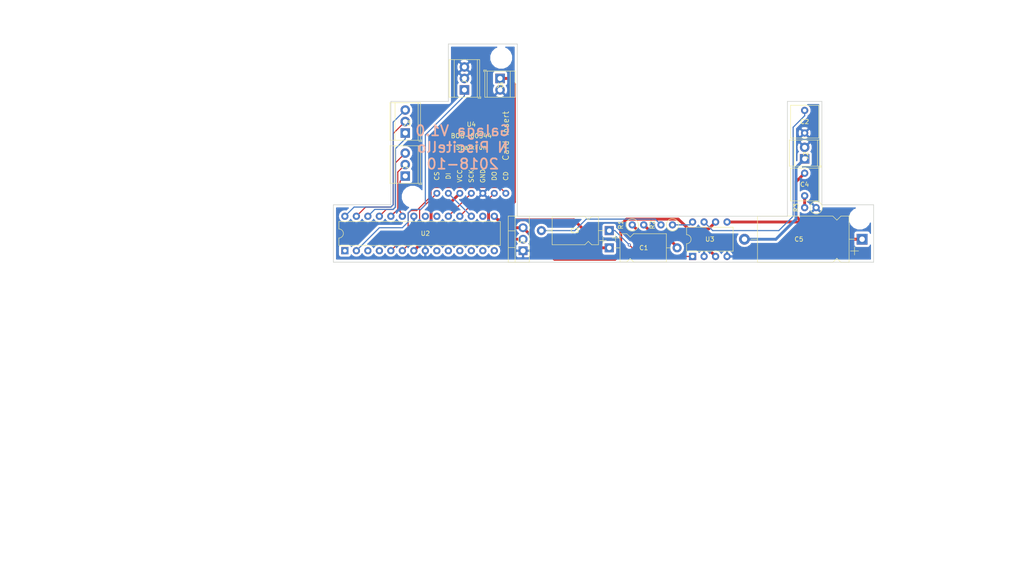
<source format=kicad_pcb>
(kicad_pcb (version 20171130) (host pcbnew "(5.0.2)-1")

  (general
    (thickness 1.6)
    (drawings 37)
    (tracks 127)
    (zones 0)
    (modules 20)
    (nets 38)
  )

  (page A4)
  (layers
    (0 F.Cu signal)
    (31 B.Cu signal)
    (36 B.SilkS user)
    (37 F.SilkS user)
    (38 B.Mask user)
    (39 F.Mask user)
    (41 Cmts.User user)
    (44 Edge.Cuts user)
    (45 Margin user)
    (46 B.CrtYd user)
    (47 F.CrtYd user)
    (48 B.Fab user)
    (49 F.Fab user)
  )

  (setup
    (last_trace_width 0.254)
    (user_trace_width 0.254)
    (user_trace_width 0.635)
    (user_trace_width 1.27)
    (user_trace_width 2.54)
    (trace_clearance 0.1524)
    (zone_clearance 0.508)
    (zone_45_only no)
    (trace_min 0.1524)
    (segment_width 0.2)
    (edge_width 0.15)
    (via_size 0.6858)
    (via_drill 0.3302)
    (via_min_size 0.508)
    (via_min_drill 0.254)
    (uvia_size 0.6858)
    (uvia_drill 0.3302)
    (uvias_allowed no)
    (uvia_min_size 0.2)
    (uvia_min_drill 0.1)
    (pcb_text_width 0.3)
    (pcb_text_size 1.5 1.5)
    (mod_edge_width 0.15)
    (mod_text_size 1 1)
    (mod_text_width 0.15)
    (pad_size 1.524 1.524)
    (pad_drill 0.762)
    (pad_to_mask_clearance 0.0508)
    (solder_mask_min_width 0.25)
    (aux_axis_origin 0 0)
    (visible_elements 7FFFF7FF)
    (pcbplotparams
      (layerselection 0x010fc_ffffffff)
      (usegerberextensions false)
      (usegerberattributes false)
      (usegerberadvancedattributes false)
      (creategerberjobfile false)
      (excludeedgelayer true)
      (linewidth 0.100000)
      (plotframeref false)
      (viasonmask false)
      (mode 1)
      (useauxorigin false)
      (hpglpennumber 1)
      (hpglpenspeed 20)
      (hpglpendiameter 15.000000)
      (psnegative false)
      (psa4output false)
      (plotreference true)
      (plotvalue true)
      (plotinvisibletext false)
      (padsonsilk false)
      (subtractmaskfromsilk false)
      (outputformat 1)
      (mirror false)
      (drillshape 1)
      (scaleselection 1)
      (outputdirectory ""))
  )

  (net 0 "")
  (net 1 "Net-(C1-Pad1)")
  (net 2 "Net-(C1-Pad2)")
  (net 3 "Net-(C2-Pad2)")
  (net 4 GND)
  (net 5 "Net-(C3-Pad2)")
  (net 6 "Net-(C3-Pad1)")
  (net 7 "Net-(C4-Pad1)")
  (net 8 "Net-(C4-Pad2)")
  (net 9 "Net-(C5-Pad2)")
  (net 10 /led_bl3)
  (net 11 "Net-(R1-Pad2)")
  (net 12 +3V3)
  (net 13 +9V)
  (net 14 "Net-(U2-Pad1)")
  (net 15 "Net-(U2-Pad16)")
  (net 16 "Net-(U2-Pad3)")
  (net 17 "Net-(U2-Pad4)")
  (net 18 "Net-(U2-Pad20)")
  (net 19 "Net-(U2-Pad21)")
  (net 20 "Net-(R2-Pad1)")
  (net 21 "Net-(U2-Pad9)")
  (net 22 "Net-(U2-Pad10)")
  (net 23 "Net-(U2-Pad11)")
  (net 24 "Net-(U2-Pad12)")
  (net 25 "Net-(U2-Pad13)")
  (net 26 /sd_cs)
  (net 27 /sd_di)
  (net 28 /sd_do)
  (net 29 /sd_cd)
  (net 30 /sd_sck)
  (net 31 /led_bl0)
  (net 32 /led_bl1)
  (net 33 /led_bs0)
  (net 34 /led_bs1)
  (net 35 /led_bl2)
  (net 36 "Net-(U2-Pad14)")
  (net 37 "Net-(J4-Pad1)")

  (net_class Default "This is the default net class."
    (clearance 0.1524)
    (trace_width 0.1524)
    (via_dia 0.6858)
    (via_drill 0.3302)
    (uvia_dia 0.6858)
    (uvia_drill 0.3302)
    (add_net +3V3)
    (add_net +9V)
    (add_net /led_bl0)
    (add_net /led_bl1)
    (add_net /led_bl2)
    (add_net /led_bl3)
    (add_net /led_bs0)
    (add_net /led_bs1)
    (add_net /sd_cd)
    (add_net /sd_cs)
    (add_net /sd_di)
    (add_net /sd_do)
    (add_net /sd_sck)
    (add_net GND)
    (add_net "Net-(C1-Pad1)")
    (add_net "Net-(C1-Pad2)")
    (add_net "Net-(C2-Pad2)")
    (add_net "Net-(C3-Pad1)")
    (add_net "Net-(C3-Pad2)")
    (add_net "Net-(C4-Pad1)")
    (add_net "Net-(C4-Pad2)")
    (add_net "Net-(C5-Pad2)")
    (add_net "Net-(J4-Pad1)")
    (add_net "Net-(R1-Pad2)")
    (add_net "Net-(R2-Pad1)")
    (add_net "Net-(U2-Pad1)")
    (add_net "Net-(U2-Pad10)")
    (add_net "Net-(U2-Pad11)")
    (add_net "Net-(U2-Pad12)")
    (add_net "Net-(U2-Pad13)")
    (add_net "Net-(U2-Pad14)")
    (add_net "Net-(U2-Pad16)")
    (add_net "Net-(U2-Pad20)")
    (add_net "Net-(U2-Pad21)")
    (add_net "Net-(U2-Pad3)")
    (add_net "Net-(U2-Pad4)")
    (add_net "Net-(U2-Pad9)")
  )

  (module custom:mount_hole (layer F.Cu) (tedit 5BBC86C1) (tstamp 5BD4B4B3)
    (at 42.926 163.322)
    (fp_text reference REF** (at 0 -10.93) (layer F.Fab)
      (effects (font (size 1 1) (thickness 0.15)))
    )
    (fp_text value mount_hole (at 0 -11.93) (layer F.Fab)
      (effects (font (size 1 1) (thickness 0.15)))
    )
    (pad "" np_thru_hole circle (at 0 0) (size 3.81 3.81) (drill 3.81) (layers *.Cu *.Mask))
  )

  (module custom:mount_hole (layer F.Cu) (tedit 5BBC86C1) (tstamp 5BD4B468)
    (at 62.484 132.588)
    (fp_text reference REF** (at 0 -10.93) (layer F.Fab)
      (effects (font (size 1 1) (thickness 0.15)))
    )
    (fp_text value mount_hole (at 0 -11.93) (layer F.Fab)
      (effects (font (size 1 1) (thickness 0.15)))
    )
    (pad "" np_thru_hole circle (at 0 0) (size 3.81 3.81) (drill 3.81) (layers *.Cu *.Mask))
  )

  (module custom:mount_hole (layer F.Cu) (tedit 5BBC86C1) (tstamp 5BD4B4B3)
    (at 141.732 168.148)
    (fp_text reference REF** (at 0 -10.93) (layer F.Fab)
      (effects (font (size 1 1) (thickness 0.15)))
    )
    (fp_text value mount_hole (at 0 -11.93) (layer F.Fab)
      (effects (font (size 1 1) (thickness 0.15)))
    )
    (pad "" np_thru_hole circle (at 0 0) (size 3.81 3.81) (drill 3.81) (layers *.Cu *.Mask))
  )

  (module TerminalBlock_TE-Connectivity:TerminalBlock_TE_282834-3_1x03_P2.54mm_Horizontal (layer F.Cu) (tedit 5C45512D) (tstamp 5BD43FF7)
    (at 41.275 158.75 90)
    (descr "Terminal Block TE 282834-3, 3 pins, pitch 2.54mm, size 8.08x6.5mm^2, drill diamater 1.1mm, pad diameter 2.1mm, see http://www.te.com/commerce/DocumentDelivery/DDEController?Action=showdoc&DocId=Customer+Drawing%7F282834%7FC1%7Fpdf%7FEnglish%7FENG_CD_282834_C1.pdf, script-generated using https://github.com/pointhi/kicad-footprint-generator/scripts/TerminalBlock_TE-Connectivity")
    (tags "THT Terminal Block TE 282834-3 pitch 2.54mm size 8.08x6.5mm^2 drill 1.1mm pad 2.1mm")
    (path /5BC32DBF)
    (fp_text reference J1 (at 2.286 0 180) (layer F.SilkS)
      (effects (font (size 1 1) (thickness 0.15)))
    )
    (fp_text value led_a (at 2.54 4.37 90) (layer F.Fab)
      (effects (font (size 1 1) (thickness 0.15)))
    )
    (fp_circle (center 0 0) (end 1.1 0) (layer F.Fab) (width 0.1))
    (fp_circle (center 2.54 0) (end 3.64 0) (layer F.Fab) (width 0.1))
    (fp_circle (center 5.08 0) (end 6.18 0) (layer F.Fab) (width 0.1))
    (fp_line (start -1.5 -3.25) (end 6.58 -3.25) (layer F.Fab) (width 0.1))
    (fp_line (start 6.58 -3.25) (end 6.58 3.25) (layer F.Fab) (width 0.1))
    (fp_line (start 6.58 3.25) (end -1.1 3.25) (layer F.Fab) (width 0.1))
    (fp_line (start -1.1 3.25) (end -1.5 2.85) (layer F.Fab) (width 0.1))
    (fp_line (start -1.5 2.85) (end -1.5 -3.25) (layer F.Fab) (width 0.1))
    (fp_line (start -1.5 2.85) (end 6.58 2.85) (layer F.Fab) (width 0.1))
    (fp_line (start -1.62 2.85) (end 6.7 2.85) (layer F.SilkS) (width 0.12))
    (fp_line (start -1.5 -2.25) (end 6.58 -2.25) (layer F.Fab) (width 0.1))
    (fp_line (start -1.62 -2.25) (end 6.7 -2.25) (layer F.SilkS) (width 0.12))
    (fp_line (start -1.62 -3.37) (end 6.7 -3.37) (layer F.SilkS) (width 0.12))
    (fp_line (start -1.62 3.37) (end 6.7 3.37) (layer F.SilkS) (width 0.12))
    (fp_line (start -1.62 -3.37) (end -1.62 3.37) (layer F.SilkS) (width 0.12))
    (fp_line (start 6.7 -3.37) (end 6.7 3.37) (layer F.SilkS) (width 0.12))
    (fp_line (start 0.835 -0.7) (end -0.701 0.835) (layer F.Fab) (width 0.1))
    (fp_line (start 0.701 -0.835) (end -0.835 0.7) (layer F.Fab) (width 0.1))
    (fp_line (start 3.375 -0.7) (end 1.84 0.835) (layer F.Fab) (width 0.1))
    (fp_line (start 3.241 -0.835) (end 1.706 0.7) (layer F.Fab) (width 0.1))
    (fp_line (start 5.915 -0.7) (end 4.38 0.835) (layer F.Fab) (width 0.1))
    (fp_line (start 5.781 -0.835) (end 4.246 0.7) (layer F.Fab) (width 0.1))
    (fp_line (start -1.86 2.97) (end -1.86 3.61) (layer F.SilkS) (width 0.12))
    (fp_line (start -1.86 3.61) (end -1.46 3.61) (layer F.SilkS) (width 0.12))
    (fp_line (start -2 -3.75) (end -2 3.75) (layer F.CrtYd) (width 0.05))
    (fp_line (start -2 3.75) (end 7.08 3.75) (layer F.CrtYd) (width 0.05))
    (fp_line (start 7.08 3.75) (end 7.08 -3.75) (layer F.CrtYd) (width 0.05))
    (fp_line (start 7.08 -3.75) (end -2 -3.75) (layer F.CrtYd) (width 0.05))
    (fp_text user %R (at 2.54 2 90) (layer F.Fab)
      (effects (font (size 1 1) (thickness 0.15)))
    )
    (pad 1 thru_hole rect (at 0 0 90) (size 2.1 2.1) (drill 1.1) (layers *.Cu *.Mask)
      (net 31 /led_bl0))
    (pad 2 thru_hole circle (at 2.54 0 90) (size 2.1 2.1) (drill 1.1) (layers *.Cu *.Mask)
      (net 32 /led_bl1))
    (pad 3 thru_hole circle (at 5.08 0 90) (size 2.1 2.1) (drill 1.1) (layers *.Cu *.Mask)
      (net 33 /led_bs0))
    (model ${KISYS3DMOD}/TerminalBlock_TE-Connectivity.3dshapes/TerminalBlock_TE_282834-3_1x03_P2.54mm_Horizontal.wrl
      (at (xyz 0 0 0))
      (scale (xyz 1 1 1))
      (rotate (xyz 0 0 0))
    )
  )

  (module Capacitor_THT:CP_Axial_L10.0mm_D6.0mm_P15.00mm_Horizontal (layer F.Cu) (tedit 5AE50EF2) (tstamp 5BBC7E68)
    (at 86.36 170.815 180)
    (descr "CP, Axial series, Axial, Horizontal, pin pitch=15mm, , length*diameter=10*6mm^2, Electrolytic Capacitor, , http://www.vishay.com/docs/28325/021asm.pdf")
    (tags "CP Axial series Axial Horizontal pin pitch 15mm  length 10mm diameter 6mm Electrolytic Capacitor")
    (path /5BC1C656)
    (fp_text reference C3 (at 7.62 0 180) (layer F.SilkS)
      (effects (font (size 1 1) (thickness 0.15)))
    )
    (fp_text value 10uF (at 7.5 4.12 180) (layer F.Fab)
      (effects (font (size 1 1) (thickness 0.15)))
    )
    (fp_text user %R (at 7.5 0 180) (layer F.Fab)
      (effects (font (size 1 1) (thickness 0.15)))
    )
    (fp_line (start 16.25 -3.25) (end -1.25 -3.25) (layer F.CrtYd) (width 0.05))
    (fp_line (start 16.25 3.25) (end 16.25 -3.25) (layer F.CrtYd) (width 0.05))
    (fp_line (start -1.25 3.25) (end 16.25 3.25) (layer F.CrtYd) (width 0.05))
    (fp_line (start -1.25 -3.25) (end -1.25 3.25) (layer F.CrtYd) (width 0.05))
    (fp_line (start 13.76 0) (end 12.62 0) (layer F.SilkS) (width 0.12))
    (fp_line (start 1.24 0) (end 2.38 0) (layer F.SilkS) (width 0.12))
    (fp_line (start 5.38 3.12) (end 12.62 3.12) (layer F.SilkS) (width 0.12))
    (fp_line (start 4.63 2.37) (end 5.38 3.12) (layer F.SilkS) (width 0.12))
    (fp_line (start 3.88 3.12) (end 4.63 2.37) (layer F.SilkS) (width 0.12))
    (fp_line (start 2.38 3.12) (end 3.88 3.12) (layer F.SilkS) (width 0.12))
    (fp_line (start 5.38 -3.12) (end 12.62 -3.12) (layer F.SilkS) (width 0.12))
    (fp_line (start 4.63 -2.37) (end 5.38 -3.12) (layer F.SilkS) (width 0.12))
    (fp_line (start 3.88 -3.12) (end 4.63 -2.37) (layer F.SilkS) (width 0.12))
    (fp_line (start 2.38 -3.12) (end 3.88 -3.12) (layer F.SilkS) (width 0.12))
    (fp_line (start 12.62 -3.12) (end 12.62 3.12) (layer F.SilkS) (width 0.12))
    (fp_line (start 2.38 -3.12) (end 2.38 3.12) (layer F.SilkS) (width 0.12))
    (fp_line (start 1.38 -2.95) (end 1.38 -1.45) (layer F.SilkS) (width 0.12))
    (fp_line (start 0.63 -2.2) (end 2.13 -2.2) (layer F.SilkS) (width 0.12))
    (fp_line (start 4.65 -0.75) (end 4.65 0.75) (layer F.Fab) (width 0.1))
    (fp_line (start 3.9 0) (end 5.4 0) (layer F.Fab) (width 0.1))
    (fp_line (start 15 0) (end 12.5 0) (layer F.Fab) (width 0.1))
    (fp_line (start 0 0) (end 2.5 0) (layer F.Fab) (width 0.1))
    (fp_line (start 5.38 3) (end 12.5 3) (layer F.Fab) (width 0.1))
    (fp_line (start 4.63 2.25) (end 5.38 3) (layer F.Fab) (width 0.1))
    (fp_line (start 3.88 3) (end 4.63 2.25) (layer F.Fab) (width 0.1))
    (fp_line (start 2.5 3) (end 3.88 3) (layer F.Fab) (width 0.1))
    (fp_line (start 5.38 -3) (end 12.5 -3) (layer F.Fab) (width 0.1))
    (fp_line (start 4.63 -2.25) (end 5.38 -3) (layer F.Fab) (width 0.1))
    (fp_line (start 3.88 -3) (end 4.63 -2.25) (layer F.Fab) (width 0.1))
    (fp_line (start 2.5 -3) (end 3.88 -3) (layer F.Fab) (width 0.1))
    (fp_line (start 12.5 -3) (end 12.5 3) (layer F.Fab) (width 0.1))
    (fp_line (start 2.5 -3) (end 2.5 3) (layer F.Fab) (width 0.1))
    (pad 2 thru_hole oval (at 15 0 180) (size 2 2) (drill 1) (layers *.Cu *.Mask)
      (net 5 "Net-(C3-Pad2)"))
    (pad 1 thru_hole rect (at 0 0 180) (size 2 2) (drill 1) (layers *.Cu *.Mask)
      (net 6 "Net-(C3-Pad1)"))
    (model ${KISYS3DMOD}/Capacitor_THT.3dshapes/CP_Axial_L10.0mm_D6.0mm_P15.00mm_Horizontal.wrl
      (at (xyz 0 0 0))
      (scale (xyz 1 1 1))
      (rotate (xyz 0 0 0))
    )
  )

  (module Package_DIP:DIP-8_W7.62mm (layer F.Cu) (tedit 5A02E8C5) (tstamp 5BD42CEA)
    (at 104.775 176.53 90)
    (descr "8-lead though-hole mounted DIP package, row spacing 7.62 mm (300 mils)")
    (tags "THT DIP DIL PDIP 2.54mm 7.62mm 300mil")
    (path /5BB681DC)
    (fp_text reference U3 (at 3.81 3.81 180) (layer F.SilkS)
      (effects (font (size 1 1) (thickness 0.15)))
    )
    (fp_text value LM386 (at 3.81 9.95 90) (layer F.Fab)
      (effects (font (size 1 1) (thickness 0.15)))
    )
    (fp_text user %R (at 3.81 3.81 90) (layer F.Fab)
      (effects (font (size 1 1) (thickness 0.15)))
    )
    (fp_line (start 8.7 -1.55) (end -1.1 -1.55) (layer F.CrtYd) (width 0.05))
    (fp_line (start 8.7 9.15) (end 8.7 -1.55) (layer F.CrtYd) (width 0.05))
    (fp_line (start -1.1 9.15) (end 8.7 9.15) (layer F.CrtYd) (width 0.05))
    (fp_line (start -1.1 -1.55) (end -1.1 9.15) (layer F.CrtYd) (width 0.05))
    (fp_line (start 6.46 -1.33) (end 4.81 -1.33) (layer F.SilkS) (width 0.12))
    (fp_line (start 6.46 8.95) (end 6.46 -1.33) (layer F.SilkS) (width 0.12))
    (fp_line (start 1.16 8.95) (end 6.46 8.95) (layer F.SilkS) (width 0.12))
    (fp_line (start 1.16 -1.33) (end 1.16 8.95) (layer F.SilkS) (width 0.12))
    (fp_line (start 2.81 -1.33) (end 1.16 -1.33) (layer F.SilkS) (width 0.12))
    (fp_line (start 0.635 -0.27) (end 1.635 -1.27) (layer F.Fab) (width 0.1))
    (fp_line (start 0.635 8.89) (end 0.635 -0.27) (layer F.Fab) (width 0.1))
    (fp_line (start 6.985 8.89) (end 0.635 8.89) (layer F.Fab) (width 0.1))
    (fp_line (start 6.985 -1.27) (end 6.985 8.89) (layer F.Fab) (width 0.1))
    (fp_line (start 1.635 -1.27) (end 6.985 -1.27) (layer F.Fab) (width 0.1))
    (fp_arc (start 3.81 -1.33) (end 2.81 -1.33) (angle -180) (layer F.SilkS) (width 0.12))
    (pad 8 thru_hole oval (at 7.62 0 90) (size 1.6 1.6) (drill 0.8) (layers *.Cu *.Mask)
      (net 20 "Net-(R2-Pad1)"))
    (pad 4 thru_hole oval (at 0 7.62 90) (size 1.6 1.6) (drill 0.8) (layers *.Cu *.Mask)
      (net 4 GND))
    (pad 7 thru_hole oval (at 7.62 2.54 90) (size 1.6 1.6) (drill 0.8) (layers *.Cu *.Mask)
      (net 3 "Net-(C2-Pad2)"))
    (pad 3 thru_hole oval (at 0 5.08 90) (size 1.6 1.6) (drill 0.8) (layers *.Cu *.Mask)
      (net 11 "Net-(R1-Pad2)"))
    (pad 6 thru_hole oval (at 7.62 5.08 90) (size 1.6 1.6) (drill 0.8) (layers *.Cu *.Mask)
      (net 13 +9V))
    (pad 2 thru_hole oval (at 0 2.54 90) (size 1.6 1.6) (drill 0.8) (layers *.Cu *.Mask)
      (net 4 GND))
    (pad 5 thru_hole oval (at 7.62 7.62 90) (size 1.6 1.6) (drill 0.8) (layers *.Cu *.Mask)
      (net 7 "Net-(C4-Pad1)"))
    (pad 1 thru_hole rect (at 0 0 90) (size 1.6 1.6) (drill 0.8) (layers *.Cu *.Mask)
      (net 6 "Net-(C3-Pad1)"))
    (model ${KISYS3DMOD}/Package_DIP.3dshapes/DIP-8_W7.62mm.wrl
      (at (xyz 0 0 0))
      (scale (xyz 1 1 1))
      (rotate (xyz 0 0 0))
    )
  )

  (module custom:bob-00544 (layer F.Cu) (tedit 5BBBAFFD) (tstamp 5BD4450F)
    (at 55.88 152.4 180)
    (path /5BB68AD9)
    (fp_text reference U4 (at 0 5.08 180) (layer F.SilkS)
      (effects (font (size 1 1) (thickness 0.15)))
    )
    (fp_text value BOB-00544 (at 0 2.54 180) (layer F.SilkS)
      (effects (font (size 1 1) (thickness 0.15)))
    )
    (fp_line (start 10.16 10.16) (end 10.16 -12.7) (layer F.CrtYd) (width 0.15))
    (fp_line (start -10.16 10.16) (end 10.16 10.16) (layer F.CrtYd) (width 0.15))
    (fp_line (start -10.16 -12.7) (end -10.16 10.16) (layer F.CrtYd) (width 0.15))
    (fp_text user "Card Insert" (at -7.62 2.54 270) (layer F.SilkS)
      (effects (font (size 1.3 1.3) (thickness 0.15)))
    )
    (fp_text user SparkFun (at 0 0 180) (layer F.SilkS)
      (effects (font (size 1 1) (thickness 0.15)))
    )
    (fp_text user CS (at 7.62 -6.35 270) (layer F.SilkS)
      (effects (font (size 1 1) (thickness 0.15)))
    )
    (fp_text user DI (at 5.08 -6.35 270) (layer F.SilkS)
      (effects (font (size 1 1) (thickness 0.15)))
    )
    (fp_text user VCC (at 2.54 -6.35 270) (layer F.SilkS)
      (effects (font (size 1 1) (thickness 0.15)))
    )
    (fp_text user SCK (at 0 -6.35 270) (layer F.SilkS)
      (effects (font (size 1 1) (thickness 0.15)))
    )
    (fp_text user GND (at -2.54 -6.35 270) (layer F.SilkS)
      (effects (font (size 1 1) (thickness 0.15)))
    )
    (fp_text user DO (at -5.08 -6.35 270) (layer F.SilkS)
      (effects (font (size 1 1) (thickness 0.15)))
    )
    (fp_text user CD (at -7.62 -6.35 270) (layer F.SilkS)
      (effects (font (size 1 1) (thickness 0.15)))
    )
    (fp_line (start -10.16 -12.7) (end 10.16 -12.7) (layer F.CrtYd) (width 0.15))
    (pad 7 thru_hole circle (at 7.62 -10.16 180) (size 1.524 1.524) (drill 0.762) (layers *.Cu *.Mask)
      (net 26 /sd_cs))
    (pad 6 thru_hole circle (at 5.08 -10.16 180) (size 1.524 1.524) (drill 0.762) (layers *.Cu *.Mask)
      (net 27 /sd_di))
    (pad 5 thru_hole circle (at 2.54 -10.16 180) (size 1.524 1.524) (drill 0.762) (layers *.Cu *.Mask)
      (net 12 +3V3))
    (pad 4 thru_hole circle (at 0 -10.16 180) (size 1.524 1.524) (drill 0.762) (layers *.Cu *.Mask)
      (net 30 /sd_sck))
    (pad 3 thru_hole circle (at -2.54 -10.16 180) (size 1.524 1.524) (drill 0.762) (layers *.Cu *.Mask)
      (net 4 GND))
    (pad 2 thru_hole circle (at -5.08 -10.16 180) (size 1.524 1.524) (drill 0.762) (layers *.Cu *.Mask)
      (net 28 /sd_do))
    (pad 1 thru_hole circle (at -7.62 -10.16 180) (size 1.524 1.524) (drill 0.762) (layers *.Cu *.Mask)
      (net 29 /sd_cd))
  )

  (module TerminalBlock_TE-Connectivity:TerminalBlock_TE_282834-2_1x02_P2.54mm_Horizontal (layer F.Cu) (tedit 5B1EC513) (tstamp 5BD437B6)
    (at 129.54 154.94 90)
    (descr "Terminal Block TE 282834-2, 2 pins, pitch 2.54mm, size 5.54x6.5mm^2, drill diamater 1.1mm, pad diameter 2.1mm, see http://www.te.com/commerce/DocumentDelivery/DDEController?Action=showdoc&DocId=Customer+Drawing%7F282834%7FC1%7Fpdf%7FEnglish%7FENG_CD_282834_C1.pdf, script-generated using https://github.com/pointhi/kicad-footprint-generator/scripts/TerminalBlock_TE-Connectivity")
    (tags "THT Terminal Block TE 282834-2 pitch 2.54mm size 5.54x6.5mm^2 drill 1.1mm pad 2.1mm")
    (path /5BBBC1CA)
    (fp_text reference J2 (at 0.762 0.254 90) (layer F.SilkS)
      (effects (font (size 1 1) (thickness 0.15)))
    )
    (fp_text value speaker_out (at 1.27 4.37 90) (layer F.Fab)
      (effects (font (size 1 1) (thickness 0.15)))
    )
    (fp_text user %R (at 1.27 2 90) (layer F.Fab)
      (effects (font (size 1 1) (thickness 0.15)))
    )
    (fp_line (start 4.54 -3.75) (end -2 -3.75) (layer F.CrtYd) (width 0.05))
    (fp_line (start 4.54 3.75) (end 4.54 -3.75) (layer F.CrtYd) (width 0.05))
    (fp_line (start -2 3.75) (end 4.54 3.75) (layer F.CrtYd) (width 0.05))
    (fp_line (start -2 -3.75) (end -2 3.75) (layer F.CrtYd) (width 0.05))
    (fp_line (start -1.86 3.61) (end -1.46 3.61) (layer F.SilkS) (width 0.12))
    (fp_line (start -1.86 2.97) (end -1.86 3.61) (layer F.SilkS) (width 0.12))
    (fp_line (start 3.241 -0.835) (end 1.706 0.7) (layer F.Fab) (width 0.1))
    (fp_line (start 3.375 -0.7) (end 1.84 0.835) (layer F.Fab) (width 0.1))
    (fp_line (start 0.701 -0.835) (end -0.835 0.7) (layer F.Fab) (width 0.1))
    (fp_line (start 0.835 -0.7) (end -0.701 0.835) (layer F.Fab) (width 0.1))
    (fp_line (start 4.16 -3.37) (end 4.16 3.37) (layer F.SilkS) (width 0.12))
    (fp_line (start -1.62 -3.37) (end -1.62 3.37) (layer F.SilkS) (width 0.12))
    (fp_line (start -1.62 3.37) (end 4.16 3.37) (layer F.SilkS) (width 0.12))
    (fp_line (start -1.62 -3.37) (end 4.16 -3.37) (layer F.SilkS) (width 0.12))
    (fp_line (start -1.62 -2.25) (end 4.16 -2.25) (layer F.SilkS) (width 0.12))
    (fp_line (start -1.5 -2.25) (end 4.04 -2.25) (layer F.Fab) (width 0.1))
    (fp_line (start -1.62 2.85) (end 4.16 2.85) (layer F.SilkS) (width 0.12))
    (fp_line (start -1.5 2.85) (end 4.04 2.85) (layer F.Fab) (width 0.1))
    (fp_line (start -1.5 2.85) (end -1.5 -3.25) (layer F.Fab) (width 0.1))
    (fp_line (start -1.1 3.25) (end -1.5 2.85) (layer F.Fab) (width 0.1))
    (fp_line (start 4.04 3.25) (end -1.1 3.25) (layer F.Fab) (width 0.1))
    (fp_line (start 4.04 -3.25) (end 4.04 3.25) (layer F.Fab) (width 0.1))
    (fp_line (start -1.5 -3.25) (end 4.04 -3.25) (layer F.Fab) (width 0.1))
    (fp_circle (center 2.54 0) (end 3.64 0) (layer F.Fab) (width 0.1))
    (fp_circle (center 0 0) (end 1.1 0) (layer F.Fab) (width 0.1))
    (pad 2 thru_hole circle (at 2.54 0 90) (size 2.1 2.1) (drill 1.1) (layers *.Cu *.Mask)
      (net 4 GND))
    (pad 1 thru_hole rect (at 0 0 90) (size 2.1 2.1) (drill 1.1) (layers *.Cu *.Mask)
      (net 9 "Net-(C5-Pad2)"))
    (model ${KISYS3DMOD}/TerminalBlock_TE-Connectivity.3dshapes/TerminalBlock_TE_282834-2_1x02_P2.54mm_Horizontal.wrl
      (at (xyz 0 0 0))
      (scale (xyz 1 1 1))
      (rotate (xyz 0 0 0))
    )
  )

  (module Capacitor_THT:CP_Axial_L20.0mm_D10.0mm_P26.00mm_Horizontal (layer F.Cu) (tedit 5AE50EF2) (tstamp 5BBC849D)
    (at 142.24 172.72 180)
    (descr "CP, Axial series, Axial, Horizontal, pin pitch=26mm, , length*diameter=20*10mm^2, Electrolytic Capacitor, , http://www.kemet.com/Lists/ProductCatalog/Attachments/424/KEM_AC102.pdf")
    (tags "CP Axial series Axial Horizontal pin pitch 26mm  length 20mm diameter 10mm Electrolytic Capacitor")
    (path /5BB76434)
    (fp_text reference C5 (at 13.97 0 180) (layer F.SilkS)
      (effects (font (size 1 1) (thickness 0.15)))
    )
    (fp_text value 250uF (at 13 6.12 180) (layer F.Fab)
      (effects (font (size 1 1) (thickness 0.15)))
    )
    (fp_text user %R (at 13 0 180) (layer F.Fab)
      (effects (font (size 1 1) (thickness 0.15)))
    )
    (fp_line (start 27.45 -5.25) (end -1.45 -5.25) (layer F.CrtYd) (width 0.05))
    (fp_line (start 27.45 5.25) (end 27.45 -5.25) (layer F.CrtYd) (width 0.05))
    (fp_line (start -1.45 5.25) (end 27.45 5.25) (layer F.CrtYd) (width 0.05))
    (fp_line (start -1.45 -5.25) (end -1.45 5.25) (layer F.CrtYd) (width 0.05))
    (fp_line (start 24.56 0) (end 23.12 0) (layer F.SilkS) (width 0.12))
    (fp_line (start 1.44 0) (end 2.88 0) (layer F.SilkS) (width 0.12))
    (fp_line (start 6.48 5.12) (end 23.12 5.12) (layer F.SilkS) (width 0.12))
    (fp_line (start 5.58 4.22) (end 6.48 5.12) (layer F.SilkS) (width 0.12))
    (fp_line (start 4.68 5.12) (end 5.58 4.22) (layer F.SilkS) (width 0.12))
    (fp_line (start 2.88 5.12) (end 4.68 5.12) (layer F.SilkS) (width 0.12))
    (fp_line (start 6.48 -5.12) (end 23.12 -5.12) (layer F.SilkS) (width 0.12))
    (fp_line (start 5.58 -4.22) (end 6.48 -5.12) (layer F.SilkS) (width 0.12))
    (fp_line (start 4.68 -5.12) (end 5.58 -4.22) (layer F.SilkS) (width 0.12))
    (fp_line (start 2.88 -5.12) (end 4.68 -5.12) (layer F.SilkS) (width 0.12))
    (fp_line (start 23.12 -5.12) (end 23.12 5.12) (layer F.SilkS) (width 0.12))
    (fp_line (start 2.88 -5.12) (end 2.88 5.12) (layer F.SilkS) (width 0.12))
    (fp_line (start 1.68 -3.5) (end 1.68 -1.7) (layer F.SilkS) (width 0.12))
    (fp_line (start 0.78 -2.6) (end 2.58 -2.6) (layer F.SilkS) (width 0.12))
    (fp_line (start 5.6 -0.9) (end 5.6 0.9) (layer F.Fab) (width 0.1))
    (fp_line (start 4.7 0) (end 6.5 0) (layer F.Fab) (width 0.1))
    (fp_line (start 26 0) (end 23 0) (layer F.Fab) (width 0.1))
    (fp_line (start 0 0) (end 3 0) (layer F.Fab) (width 0.1))
    (fp_line (start 6.48 5) (end 23 5) (layer F.Fab) (width 0.1))
    (fp_line (start 5.58 4.1) (end 6.48 5) (layer F.Fab) (width 0.1))
    (fp_line (start 4.68 5) (end 5.58 4.1) (layer F.Fab) (width 0.1))
    (fp_line (start 3 5) (end 4.68 5) (layer F.Fab) (width 0.1))
    (fp_line (start 6.48 -5) (end 23 -5) (layer F.Fab) (width 0.1))
    (fp_line (start 5.58 -4.1) (end 6.48 -5) (layer F.Fab) (width 0.1))
    (fp_line (start 4.68 -5) (end 5.58 -4.1) (layer F.Fab) (width 0.1))
    (fp_line (start 3 -5) (end 4.68 -5) (layer F.Fab) (width 0.1))
    (fp_line (start 23 -5) (end 23 5) (layer F.Fab) (width 0.1))
    (fp_line (start 3 -5) (end 3 5) (layer F.Fab) (width 0.1))
    (pad 2 thru_hole oval (at 26 0 180) (size 2.4 2.4) (drill 1.2) (layers *.Cu *.Mask)
      (net 9 "Net-(C5-Pad2)"))
    (pad 1 thru_hole rect (at 0 0 180) (size 2.4 2.4) (drill 1.2) (layers *.Cu *.Mask)
      (net 7 "Net-(C4-Pad1)"))
    (model ${KISYS3DMOD}/Capacitor_THT.3dshapes/CP_Axial_L20.0mm_D10.0mm_P26.00mm_Horizontal.wrl
      (at (xyz 0 0 0))
      (scale (xyz 1 1 1))
      (rotate (xyz 0 0 0))
    )
  )

  (module Resistor_THT:R_Axial_DIN0207_L6.3mm_D2.5mm_P2.54mm_Vertical (layer F.Cu) (tedit 5AE5139B) (tstamp 5BD42C84)
    (at 132.08 165.735 180)
    (descr "Resistor, Axial_DIN0207 series, Axial, Vertical, pin pitch=2.54mm, 0.25W = 1/4W, length*diameter=6.3*2.5mm^2, http://cdn-reichelt.de/documents/datenblatt/B400/1_4W%23YAG.pdf")
    (tags "Resistor Axial_DIN0207 series Axial Vertical pin pitch 2.54mm 0.25W = 1/4W length 6.3mm diameter 2.5mm")
    (path /5BB76492)
    (fp_text reference R3 (at 4.445 0 90) (layer F.SilkS)
      (effects (font (size 1 1) (thickness 0.15)))
    )
    (fp_text value 10 (at 1.27 2.37 180) (layer F.Fab)
      (effects (font (size 1 1) (thickness 0.15)))
    )
    (fp_text user %R (at 1.27 -2.37 180) (layer F.Fab)
      (effects (font (size 1 1) (thickness 0.15)))
    )
    (fp_line (start 3.59 -1.5) (end -1.5 -1.5) (layer F.CrtYd) (width 0.05))
    (fp_line (start 3.59 1.5) (end 3.59 -1.5) (layer F.CrtYd) (width 0.05))
    (fp_line (start -1.5 1.5) (end 3.59 1.5) (layer F.CrtYd) (width 0.05))
    (fp_line (start -1.5 -1.5) (end -1.5 1.5) (layer F.CrtYd) (width 0.05))
    (fp_line (start 1.37 0) (end 1.44 0) (layer F.SilkS) (width 0.12))
    (fp_line (start 0 0) (end 2.54 0) (layer F.Fab) (width 0.1))
    (fp_circle (center 0 0) (end 1.37 0) (layer F.SilkS) (width 0.12))
    (fp_circle (center 0 0) (end 1.25 0) (layer F.Fab) (width 0.1))
    (pad 2 thru_hole oval (at 2.54 0 180) (size 1.6 1.6) (drill 0.8) (layers *.Cu *.Mask)
      (net 8 "Net-(C4-Pad2)"))
    (pad 1 thru_hole circle (at 0 0 180) (size 1.6 1.6) (drill 0.8) (layers *.Cu *.Mask)
      (net 4 GND))
    (model ${KISYS3DMOD}/Resistor_THT.3dshapes/R_Axial_DIN0207_L6.3mm_D2.5mm_P2.54mm_Vertical.wrl
      (at (xyz 0 0 0))
      (scale (xyz 1 1 1))
      (rotate (xyz 0 0 0))
    )
  )

  (module Capacitor_THT:CP_Axial_L10.0mm_D6.0mm_P15.00mm_Horizontal (layer F.Cu) (tedit 5AE50EF2) (tstamp 5BD44200)
    (at 86.36 174.625)
    (descr "CP, Axial series, Axial, Horizontal, pin pitch=15mm, , length*diameter=10*6mm^2, Electrolytic Capacitor, , http://www.vishay.com/docs/28325/021asm.pdf")
    (tags "CP Axial series Axial Horizontal pin pitch 15mm  length 10mm diameter 6mm Electrolytic Capacitor")
    (path /5BBE6099)
    (fp_text reference C1 (at 7.62 0) (layer F.SilkS)
      (effects (font (size 1 1) (thickness 0.15)))
    )
    (fp_text value 10uF (at 7.5 4.12) (layer F.Fab)
      (effects (font (size 1 1) (thickness 0.15)))
    )
    (fp_text user %R (at 7.5 0) (layer F.Fab)
      (effects (font (size 1 1) (thickness 0.15)))
    )
    (fp_line (start 16.25 -3.25) (end -1.25 -3.25) (layer F.CrtYd) (width 0.05))
    (fp_line (start 16.25 3.25) (end 16.25 -3.25) (layer F.CrtYd) (width 0.05))
    (fp_line (start -1.25 3.25) (end 16.25 3.25) (layer F.CrtYd) (width 0.05))
    (fp_line (start -1.25 -3.25) (end -1.25 3.25) (layer F.CrtYd) (width 0.05))
    (fp_line (start 13.76 0) (end 12.62 0) (layer F.SilkS) (width 0.12))
    (fp_line (start 1.24 0) (end 2.38 0) (layer F.SilkS) (width 0.12))
    (fp_line (start 5.38 3.12) (end 12.62 3.12) (layer F.SilkS) (width 0.12))
    (fp_line (start 4.63 2.37) (end 5.38 3.12) (layer F.SilkS) (width 0.12))
    (fp_line (start 3.88 3.12) (end 4.63 2.37) (layer F.SilkS) (width 0.12))
    (fp_line (start 2.38 3.12) (end 3.88 3.12) (layer F.SilkS) (width 0.12))
    (fp_line (start 5.38 -3.12) (end 12.62 -3.12) (layer F.SilkS) (width 0.12))
    (fp_line (start 4.63 -2.37) (end 5.38 -3.12) (layer F.SilkS) (width 0.12))
    (fp_line (start 3.88 -3.12) (end 4.63 -2.37) (layer F.SilkS) (width 0.12))
    (fp_line (start 2.38 -3.12) (end 3.88 -3.12) (layer F.SilkS) (width 0.12))
    (fp_line (start 12.62 -3.12) (end 12.62 3.12) (layer F.SilkS) (width 0.12))
    (fp_line (start 2.38 -3.12) (end 2.38 3.12) (layer F.SilkS) (width 0.12))
    (fp_line (start 1.38 -2.95) (end 1.38 -1.45) (layer F.SilkS) (width 0.12))
    (fp_line (start 0.63 -2.2) (end 2.13 -2.2) (layer F.SilkS) (width 0.12))
    (fp_line (start 4.65 -0.75) (end 4.65 0.75) (layer F.Fab) (width 0.1))
    (fp_line (start 3.9 0) (end 5.4 0) (layer F.Fab) (width 0.1))
    (fp_line (start 15 0) (end 12.5 0) (layer F.Fab) (width 0.1))
    (fp_line (start 0 0) (end 2.5 0) (layer F.Fab) (width 0.1))
    (fp_line (start 5.38 3) (end 12.5 3) (layer F.Fab) (width 0.1))
    (fp_line (start 4.63 2.25) (end 5.38 3) (layer F.Fab) (width 0.1))
    (fp_line (start 3.88 3) (end 4.63 2.25) (layer F.Fab) (width 0.1))
    (fp_line (start 2.5 3) (end 3.88 3) (layer F.Fab) (width 0.1))
    (fp_line (start 5.38 -3) (end 12.5 -3) (layer F.Fab) (width 0.1))
    (fp_line (start 4.63 -2.25) (end 5.38 -3) (layer F.Fab) (width 0.1))
    (fp_line (start 3.88 -3) (end 4.63 -2.25) (layer F.Fab) (width 0.1))
    (fp_line (start 2.5 -3) (end 3.88 -3) (layer F.Fab) (width 0.1))
    (fp_line (start 12.5 -3) (end 12.5 3) (layer F.Fab) (width 0.1))
    (fp_line (start 2.5 -3) (end 2.5 3) (layer F.Fab) (width 0.1))
    (pad 2 thru_hole oval (at 15 0) (size 2 2) (drill 1) (layers *.Cu *.Mask)
      (net 2 "Net-(C1-Pad2)"))
    (pad 1 thru_hole rect (at 0 0) (size 2 2) (drill 1) (layers *.Cu *.Mask)
      (net 1 "Net-(C1-Pad1)"))
    (model ${KISYS3DMOD}/Capacitor_THT.3dshapes/CP_Axial_L10.0mm_D6.0mm_P15.00mm_Horizontal.wrl
      (at (xyz 0 0 0))
      (scale (xyz 1 1 1))
      (rotate (xyz 0 0 0))
    )
  )

  (module Capacitor_THT:C_Rect_L7.0mm_W6.0mm_P5.00mm (layer F.Cu) (tedit 5AE50EF0) (tstamp 5BD42B4A)
    (at 129.54 149.225 90)
    (descr "C, Rect series, Radial, pin pitch=5.00mm, , length*width=7*6mm^2, Capacitor")
    (tags "C Rect series Radial pin pitch 5.00mm  length 7mm width 6mm Capacitor")
    (path /5BBF00BE)
    (fp_text reference C2 (at 2.5 0 180) (layer F.SilkS)
      (effects (font (size 1 1) (thickness 0.15)))
    )
    (fp_text value 0.5uF (at 2.5 4.25 90) (layer F.Fab)
      (effects (font (size 1 1) (thickness 0.15)))
    )
    (fp_text user %R (at 2.5 0 90) (layer F.Fab)
      (effects (font (size 1 1) (thickness 0.15)))
    )
    (fp_line (start 6.25 -3.25) (end -1.25 -3.25) (layer F.CrtYd) (width 0.05))
    (fp_line (start 6.25 3.25) (end 6.25 -3.25) (layer F.CrtYd) (width 0.05))
    (fp_line (start -1.25 3.25) (end 6.25 3.25) (layer F.CrtYd) (width 0.05))
    (fp_line (start -1.25 -3.25) (end -1.25 3.25) (layer F.CrtYd) (width 0.05))
    (fp_line (start 6.12 -3.12) (end 6.12 3.12) (layer F.SilkS) (width 0.12))
    (fp_line (start -1.12 -3.12) (end -1.12 3.12) (layer F.SilkS) (width 0.12))
    (fp_line (start -1.12 3.12) (end 6.12 3.12) (layer F.SilkS) (width 0.12))
    (fp_line (start -1.12 -3.12) (end 6.12 -3.12) (layer F.SilkS) (width 0.12))
    (fp_line (start 6 -3) (end -1 -3) (layer F.Fab) (width 0.1))
    (fp_line (start 6 3) (end 6 -3) (layer F.Fab) (width 0.1))
    (fp_line (start -1 3) (end 6 3) (layer F.Fab) (width 0.1))
    (fp_line (start -1 -3) (end -1 3) (layer F.Fab) (width 0.1))
    (pad 2 thru_hole circle (at 5 0 90) (size 1.6 1.6) (drill 0.8) (layers *.Cu *.Mask)
      (net 3 "Net-(C2-Pad2)"))
    (pad 1 thru_hole circle (at 0 0 90) (size 1.6 1.6) (drill 0.8) (layers *.Cu *.Mask)
      (net 4 GND))
    (model ${KISYS3DMOD}/Capacitor_THT.3dshapes/C_Rect_L7.0mm_W6.0mm_P5.00mm.wrl
      (at (xyz 0 0 0))
      (scale (xyz 1 1 1))
      (rotate (xyz 0 0 0))
    )
  )

  (module Capacitor_THT:C_Rect_L7.0mm_W6.0mm_P5.00mm (layer F.Cu) (tedit 5AE50EF0) (tstamp 5BD450D8)
    (at 129.54 158.115 270)
    (descr "C, Rect series, Radial, pin pitch=5.00mm, , length*width=7*6mm^2, Capacitor")
    (tags "C Rect series Radial pin pitch 5.00mm  length 7mm width 6mm Capacitor")
    (path /5BB763CE)
    (fp_text reference C4 (at 2.5 0) (layer F.SilkS)
      (effects (font (size 1 1) (thickness 0.15)))
    )
    (fp_text value 0.05uF (at 2.5 4.25 270) (layer F.Fab)
      (effects (font (size 1 1) (thickness 0.15)))
    )
    (fp_text user %R (at 2.5 0 270) (layer F.Fab)
      (effects (font (size 1 1) (thickness 0.15)))
    )
    (fp_line (start 6.25 -3.25) (end -1.25 -3.25) (layer F.CrtYd) (width 0.05))
    (fp_line (start 6.25 3.25) (end 6.25 -3.25) (layer F.CrtYd) (width 0.05))
    (fp_line (start -1.25 3.25) (end 6.25 3.25) (layer F.CrtYd) (width 0.05))
    (fp_line (start -1.25 -3.25) (end -1.25 3.25) (layer F.CrtYd) (width 0.05))
    (fp_line (start 6.12 -3.12) (end 6.12 3.12) (layer F.SilkS) (width 0.12))
    (fp_line (start -1.12 -3.12) (end -1.12 3.12) (layer F.SilkS) (width 0.12))
    (fp_line (start -1.12 3.12) (end 6.12 3.12) (layer F.SilkS) (width 0.12))
    (fp_line (start -1.12 -3.12) (end 6.12 -3.12) (layer F.SilkS) (width 0.12))
    (fp_line (start 6 -3) (end -1 -3) (layer F.Fab) (width 0.1))
    (fp_line (start 6 3) (end 6 -3) (layer F.Fab) (width 0.1))
    (fp_line (start -1 3) (end 6 3) (layer F.Fab) (width 0.1))
    (fp_line (start -1 -3) (end -1 3) (layer F.Fab) (width 0.1))
    (pad 2 thru_hole circle (at 5 0 270) (size 1.6 1.6) (drill 0.8) (layers *.Cu *.Mask)
      (net 8 "Net-(C4-Pad2)"))
    (pad 1 thru_hole circle (at 0 0 270) (size 1.6 1.6) (drill 0.8) (layers *.Cu *.Mask)
      (net 7 "Net-(C4-Pad1)"))
    (model ${KISYS3DMOD}/Capacitor_THT.3dshapes/C_Rect_L7.0mm_W6.0mm_P5.00mm.wrl
      (at (xyz 0 0 0))
      (scale (xyz 1 1 1))
      (rotate (xyz 0 0 0))
    )
  )

  (module TerminalBlock_TE-Connectivity:TerminalBlock_TE_282834-3_1x03_P2.54mm_Horizontal (layer F.Cu) (tedit 5C455132) (tstamp 5BD4447A)
    (at 41.275 149.225 90)
    (descr "Terminal Block TE 282834-3, 3 pins, pitch 2.54mm, size 8.08x6.5mm^2, drill diamater 1.1mm, pad diameter 2.1mm, see http://www.te.com/commerce/DocumentDelivery/DDEController?Action=showdoc&DocId=Customer+Drawing%7F282834%7FC1%7Fpdf%7FEnglish%7FENG_CD_282834_C1.pdf, script-generated using https://github.com/pointhi/kicad-footprint-generator/scripts/TerminalBlock_TE-Connectivity")
    (tags "THT Terminal Block TE 282834-3 pitch 2.54mm size 8.08x6.5mm^2 drill 1.1mm pad 2.1mm")
    (path /5BC32E07)
    (fp_text reference J3 (at 2.159 0.381 180) (layer F.SilkS)
      (effects (font (size 1 1) (thickness 0.15)))
    )
    (fp_text value led_b (at 2.54 4.37 90) (layer F.Fab)
      (effects (font (size 1 1) (thickness 0.15)))
    )
    (fp_circle (center 0 0) (end 1.1 0) (layer F.Fab) (width 0.1))
    (fp_circle (center 2.54 0) (end 3.64 0) (layer F.Fab) (width 0.1))
    (fp_circle (center 5.08 0) (end 6.18 0) (layer F.Fab) (width 0.1))
    (fp_line (start -1.5 -3.25) (end 6.58 -3.25) (layer F.Fab) (width 0.1))
    (fp_line (start 6.58 -3.25) (end 6.58 3.25) (layer F.Fab) (width 0.1))
    (fp_line (start 6.58 3.25) (end -1.1 3.25) (layer F.Fab) (width 0.1))
    (fp_line (start -1.1 3.25) (end -1.5 2.85) (layer F.Fab) (width 0.1))
    (fp_line (start -1.5 2.85) (end -1.5 -3.25) (layer F.Fab) (width 0.1))
    (fp_line (start -1.5 2.85) (end 6.58 2.85) (layer F.Fab) (width 0.1))
    (fp_line (start -1.62 2.85) (end 6.7 2.85) (layer F.SilkS) (width 0.12))
    (fp_line (start -1.5 -2.25) (end 6.58 -2.25) (layer F.Fab) (width 0.1))
    (fp_line (start -1.62 -2.25) (end 6.7 -2.25) (layer F.SilkS) (width 0.12))
    (fp_line (start -1.62 -3.37) (end 6.7 -3.37) (layer F.SilkS) (width 0.12))
    (fp_line (start -1.62 3.37) (end 6.7 3.37) (layer F.SilkS) (width 0.12))
    (fp_line (start -1.62 -3.37) (end -1.62 3.37) (layer F.SilkS) (width 0.12))
    (fp_line (start 6.7 -3.37) (end 6.7 3.37) (layer F.SilkS) (width 0.12))
    (fp_line (start 0.835 -0.7) (end -0.701 0.835) (layer F.Fab) (width 0.1))
    (fp_line (start 0.701 -0.835) (end -0.835 0.7) (layer F.Fab) (width 0.1))
    (fp_line (start 3.375 -0.7) (end 1.84 0.835) (layer F.Fab) (width 0.1))
    (fp_line (start 3.241 -0.835) (end 1.706 0.7) (layer F.Fab) (width 0.1))
    (fp_line (start 5.915 -0.7) (end 4.38 0.835) (layer F.Fab) (width 0.1))
    (fp_line (start 5.781 -0.835) (end 4.246 0.7) (layer F.Fab) (width 0.1))
    (fp_line (start -1.86 2.97) (end -1.86 3.61) (layer F.SilkS) (width 0.12))
    (fp_line (start -1.86 3.61) (end -1.46 3.61) (layer F.SilkS) (width 0.12))
    (fp_line (start -2 -3.75) (end -2 3.75) (layer F.CrtYd) (width 0.05))
    (fp_line (start -2 3.75) (end 7.08 3.75) (layer F.CrtYd) (width 0.05))
    (fp_line (start 7.08 3.75) (end 7.08 -3.75) (layer F.CrtYd) (width 0.05))
    (fp_line (start 7.08 -3.75) (end -2 -3.75) (layer F.CrtYd) (width 0.05))
    (fp_text user %R (at 2.54 2 90) (layer F.Fab)
      (effects (font (size 1 1) (thickness 0.15)))
    )
    (pad 1 thru_hole rect (at 0 0 90) (size 2.1 2.1) (drill 1.1) (layers *.Cu *.Mask)
      (net 35 /led_bl2))
    (pad 2 thru_hole circle (at 2.54 0 90) (size 2.1 2.1) (drill 1.1) (layers *.Cu *.Mask)
      (net 10 /led_bl3))
    (pad 3 thru_hole circle (at 5.08 0 90) (size 2.1 2.1) (drill 1.1) (layers *.Cu *.Mask)
      (net 34 /led_bs1))
    (model ${KISYS3DMOD}/TerminalBlock_TE-Connectivity.3dshapes/TerminalBlock_TE_282834-3_1x03_P2.54mm_Horizontal.wrl
      (at (xyz 0 0 0))
      (scale (xyz 1 1 1))
      (rotate (xyz 0 0 0))
    )
  )

  (module TerminalBlock_TE-Connectivity:TerminalBlock_TE_282834-2_1x02_P2.54mm_Horizontal (layer F.Cu) (tedit 5B1EC513) (tstamp 5BD44364)
    (at 62.23 137.16 270)
    (descr "Terminal Block TE 282834-2, 2 pins, pitch 2.54mm, size 5.54x6.5mm^2, drill diamater 1.1mm, pad diameter 2.1mm, see http://www.te.com/commerce/DocumentDelivery/DDEController?Action=showdoc&DocId=Customer+Drawing%7F282834%7FC1%7Fpdf%7FEnglish%7FENG_CD_282834_C1.pdf, script-generated using https://github.com/pointhi/kicad-footprint-generator/scripts/TerminalBlock_TE-Connectivity")
    (tags "THT Terminal Block TE 282834-2 pitch 2.54mm size 5.54x6.5mm^2 drill 1.1mm pad 2.1mm")
    (path /5BC339F5)
    (fp_text reference J5 (at 1.524 0) (layer F.SilkS)
      (effects (font (size 1 1) (thickness 0.15)))
    )
    (fp_text value pwr_in (at 1.27 4.37 270) (layer F.Fab)
      (effects (font (size 1 1) (thickness 0.15)))
    )
    (fp_text user %R (at 1.27 2 270) (layer F.Fab)
      (effects (font (size 1 1) (thickness 0.15)))
    )
    (fp_line (start 4.54 -3.75) (end -2 -3.75) (layer F.CrtYd) (width 0.05))
    (fp_line (start 4.54 3.75) (end 4.54 -3.75) (layer F.CrtYd) (width 0.05))
    (fp_line (start -2 3.75) (end 4.54 3.75) (layer F.CrtYd) (width 0.05))
    (fp_line (start -2 -3.75) (end -2 3.75) (layer F.CrtYd) (width 0.05))
    (fp_line (start -1.86 3.61) (end -1.46 3.61) (layer F.SilkS) (width 0.12))
    (fp_line (start -1.86 2.97) (end -1.86 3.61) (layer F.SilkS) (width 0.12))
    (fp_line (start 3.241 -0.835) (end 1.706 0.7) (layer F.Fab) (width 0.1))
    (fp_line (start 3.375 -0.7) (end 1.84 0.835) (layer F.Fab) (width 0.1))
    (fp_line (start 0.701 -0.835) (end -0.835 0.7) (layer F.Fab) (width 0.1))
    (fp_line (start 0.835 -0.7) (end -0.701 0.835) (layer F.Fab) (width 0.1))
    (fp_line (start 4.16 -3.37) (end 4.16 3.37) (layer F.SilkS) (width 0.12))
    (fp_line (start -1.62 -3.37) (end -1.62 3.37) (layer F.SilkS) (width 0.12))
    (fp_line (start -1.62 3.37) (end 4.16 3.37) (layer F.SilkS) (width 0.12))
    (fp_line (start -1.62 -3.37) (end 4.16 -3.37) (layer F.SilkS) (width 0.12))
    (fp_line (start -1.62 -2.25) (end 4.16 -2.25) (layer F.SilkS) (width 0.12))
    (fp_line (start -1.5 -2.25) (end 4.04 -2.25) (layer F.Fab) (width 0.1))
    (fp_line (start -1.62 2.85) (end 4.16 2.85) (layer F.SilkS) (width 0.12))
    (fp_line (start -1.5 2.85) (end 4.04 2.85) (layer F.Fab) (width 0.1))
    (fp_line (start -1.5 2.85) (end -1.5 -3.25) (layer F.Fab) (width 0.1))
    (fp_line (start -1.1 3.25) (end -1.5 2.85) (layer F.Fab) (width 0.1))
    (fp_line (start 4.04 3.25) (end -1.1 3.25) (layer F.Fab) (width 0.1))
    (fp_line (start 4.04 -3.25) (end 4.04 3.25) (layer F.Fab) (width 0.1))
    (fp_line (start -1.5 -3.25) (end 4.04 -3.25) (layer F.Fab) (width 0.1))
    (fp_circle (center 2.54 0) (end 3.64 0) (layer F.Fab) (width 0.1))
    (fp_circle (center 0 0) (end 1.1 0) (layer F.Fab) (width 0.1))
    (pad 2 thru_hole circle (at 2.54 0 270) (size 2.1 2.1) (drill 1.1) (layers *.Cu *.Mask)
      (net 4 GND))
    (pad 1 thru_hole rect (at 0 0 270) (size 2.1 2.1) (drill 1.1) (layers *.Cu *.Mask)
      (net 13 +9V))
    (model ${KISYS3DMOD}/TerminalBlock_TE-Connectivity.3dshapes/TerminalBlock_TE_282834-2_1x02_P2.54mm_Horizontal.wrl
      (at (xyz 0 0 0))
      (scale (xyz 1 1 1))
      (rotate (xyz 0 0 0))
    )
  )

  (module Resistor_THT:R_Axial_DIN0207_L6.3mm_D2.5mm_P2.54mm_Vertical (layer F.Cu) (tedit 5AE5139B) (tstamp 5BD42C66)
    (at 91.44 169.545)
    (descr "Resistor, Axial_DIN0207 series, Axial, Vertical, pin pitch=2.54mm, 0.25W = 1/4W, length*diameter=6.3*2.5mm^2, http://cdn-reichelt.de/documents/datenblatt/B400/1_4W%23YAG.pdf")
    (tags "Resistor Axial_DIN0207 series Axial Vertical pin pitch 2.54mm 0.25W = 1/4W length 6.3mm diameter 2.5mm")
    (path /5BBECF45)
    (fp_text reference R1 (at -2.54 0 90) (layer F.SilkS)
      (effects (font (size 1 1) (thickness 0.15)))
    )
    (fp_text value "10k (max)" (at 1.27 2.37) (layer F.Fab)
      (effects (font (size 1 1) (thickness 0.15)))
    )
    (fp_text user %R (at 1.27 -2.37) (layer F.Fab)
      (effects (font (size 1 1) (thickness 0.15)))
    )
    (fp_line (start 3.59 -1.5) (end -1.5 -1.5) (layer F.CrtYd) (width 0.05))
    (fp_line (start 3.59 1.5) (end 3.59 -1.5) (layer F.CrtYd) (width 0.05))
    (fp_line (start -1.5 1.5) (end 3.59 1.5) (layer F.CrtYd) (width 0.05))
    (fp_line (start -1.5 -1.5) (end -1.5 1.5) (layer F.CrtYd) (width 0.05))
    (fp_line (start 1.37 0) (end 1.44 0) (layer F.SilkS) (width 0.12))
    (fp_line (start 0 0) (end 2.54 0) (layer F.Fab) (width 0.1))
    (fp_circle (center 0 0) (end 1.37 0) (layer F.SilkS) (width 0.12))
    (fp_circle (center 0 0) (end 1.25 0) (layer F.Fab) (width 0.1))
    (pad 2 thru_hole oval (at 2.54 0) (size 1.6 1.6) (drill 0.8) (layers *.Cu *.Mask)
      (net 11 "Net-(R1-Pad2)"))
    (pad 1 thru_hole circle (at 0 0) (size 1.6 1.6) (drill 0.8) (layers *.Cu *.Mask)
      (net 2 "Net-(C1-Pad2)"))
    (model ${KISYS3DMOD}/Resistor_THT.3dshapes/R_Axial_DIN0207_L6.3mm_D2.5mm_P2.54mm_Vertical.wrl
      (at (xyz 0 0 0))
      (scale (xyz 1 1 1))
      (rotate (xyz 0 0 0))
    )
  )

  (module Resistor_THT:R_Axial_DIN0207_L6.3mm_D2.5mm_P2.54mm_Vertical (layer F.Cu) (tedit 5AE5139B) (tstamp 5BD44954)
    (at 100.33 169.545 180)
    (descr "Resistor, Axial_DIN0207 series, Axial, Vertical, pin pitch=2.54mm, 0.25W = 1/4W, length*diameter=6.3*2.5mm^2, http://cdn-reichelt.de/documents/datenblatt/B400/1_4W%23YAG.pdf")
    (tags "Resistor Axial_DIN0207 series Axial Vertical pin pitch 2.54mm 0.25W = 1/4W length 6.3mm diameter 2.5mm")
    (path /5BBF4BCC)
    (fp_text reference R2 (at 4.445 0 270) (layer F.SilkS)
      (effects (font (size 1 1) (thickness 0.15)))
    )
    (fp_text value "10k (max)" (at 1.27 2.37 180) (layer F.Fab)
      (effects (font (size 1 1) (thickness 0.15)))
    )
    (fp_text user %R (at 1.27 -2.37 180) (layer F.Fab)
      (effects (font (size 1 1) (thickness 0.15)))
    )
    (fp_line (start 3.59 -1.5) (end -1.5 -1.5) (layer F.CrtYd) (width 0.05))
    (fp_line (start 3.59 1.5) (end 3.59 -1.5) (layer F.CrtYd) (width 0.05))
    (fp_line (start -1.5 1.5) (end 3.59 1.5) (layer F.CrtYd) (width 0.05))
    (fp_line (start -1.5 -1.5) (end -1.5 1.5) (layer F.CrtYd) (width 0.05))
    (fp_line (start 1.37 0) (end 1.44 0) (layer F.SilkS) (width 0.12))
    (fp_line (start 0 0) (end 2.54 0) (layer F.Fab) (width 0.1))
    (fp_circle (center 0 0) (end 1.37 0) (layer F.SilkS) (width 0.12))
    (fp_circle (center 0 0) (end 1.25 0) (layer F.Fab) (width 0.1))
    (pad 2 thru_hole oval (at 2.54 0 180) (size 1.6 1.6) (drill 0.8) (layers *.Cu *.Mask)
      (net 5 "Net-(C3-Pad2)"))
    (pad 1 thru_hole circle (at 0 0 180) (size 1.6 1.6) (drill 0.8) (layers *.Cu *.Mask)
      (net 20 "Net-(R2-Pad1)"))
    (model ${KISYS3DMOD}/Resistor_THT.3dshapes/R_Axial_DIN0207_L6.3mm_D2.5mm_P2.54mm_Vertical.wrl
      (at (xyz 0 0 0))
      (scale (xyz 1 1 1))
      (rotate (xyz 0 0 0))
    )
  )

  (module Package_TO_SOT_THT:TO-220-3_Vertical (layer F.Cu) (tedit 5C455126) (tstamp 5BD42C9E)
    (at 67.31 175.26 90)
    (descr "TO-220-3, Vertical, RM 2.54mm, see https://www.vishay.com/docs/66542/to-220-1.pdf")
    (tags "TO-220-3 Vertical RM 2.54mm")
    (path /5BB68376)
    (fp_text reference U1 (at 2.286 -0.254) (layer F.SilkS)
      (effects (font (size 1 1) (thickness 0.15)))
    )
    (fp_text value LD1117S33TR_SOT223 (at 2.54 2.5 90) (layer F.Fab)
      (effects (font (size 1 1) (thickness 0.15)))
    )
    (fp_text user %R (at 2.54 -4.27 90) (layer F.Fab)
      (effects (font (size 1 1) (thickness 0.15)))
    )
    (fp_line (start 7.79 -3.4) (end -2.71 -3.4) (layer F.CrtYd) (width 0.05))
    (fp_line (start 7.79 1.51) (end 7.79 -3.4) (layer F.CrtYd) (width 0.05))
    (fp_line (start -2.71 1.51) (end 7.79 1.51) (layer F.CrtYd) (width 0.05))
    (fp_line (start -2.71 -3.4) (end -2.71 1.51) (layer F.CrtYd) (width 0.05))
    (fp_line (start 4.391 -3.27) (end 4.391 -1.76) (layer F.SilkS) (width 0.12))
    (fp_line (start 0.69 -3.27) (end 0.69 -1.76) (layer F.SilkS) (width 0.12))
    (fp_line (start -2.58 -1.76) (end 7.66 -1.76) (layer F.SilkS) (width 0.12))
    (fp_line (start 7.66 -3.27) (end 7.66 1.371) (layer F.SilkS) (width 0.12))
    (fp_line (start -2.58 -3.27) (end -2.58 1.371) (layer F.SilkS) (width 0.12))
    (fp_line (start -2.58 1.371) (end 7.66 1.371) (layer F.SilkS) (width 0.12))
    (fp_line (start -2.58 -3.27) (end 7.66 -3.27) (layer F.SilkS) (width 0.12))
    (fp_line (start 4.39 -3.15) (end 4.39 -1.88) (layer F.Fab) (width 0.1))
    (fp_line (start 0.69 -3.15) (end 0.69 -1.88) (layer F.Fab) (width 0.1))
    (fp_line (start -2.46 -1.88) (end 7.54 -1.88) (layer F.Fab) (width 0.1))
    (fp_line (start 7.54 -3.15) (end -2.46 -3.15) (layer F.Fab) (width 0.1))
    (fp_line (start 7.54 1.25) (end 7.54 -3.15) (layer F.Fab) (width 0.1))
    (fp_line (start -2.46 1.25) (end 7.54 1.25) (layer F.Fab) (width 0.1))
    (fp_line (start -2.46 -3.15) (end -2.46 1.25) (layer F.Fab) (width 0.1))
    (pad 3 thru_hole oval (at 5.08 0 90) (size 1.905 2) (drill 1.1) (layers *.Cu *.Mask)
      (net 13 +9V))
    (pad 2 thru_hole oval (at 2.54 0 90) (size 1.905 2) (drill 1.1) (layers *.Cu *.Mask)
      (net 12 +3V3))
    (pad 1 thru_hole rect (at 0 0 90) (size 1.905 2) (drill 1.1) (layers *.Cu *.Mask)
      (net 4 GND))
    (model ${KISYS3DMOD}/Package_TO_SOT_THT.3dshapes/TO-220-3_Vertical.wrl
      (at (xyz 0 0 0))
      (scale (xyz 1 1 1))
      (rotate (xyz 0 0 0))
    )
  )

  (module Package_DIP:DIP-28_W7.62mm (layer F.Cu) (tedit 5C455129) (tstamp 5BD434EA)
    (at 27.94 175.26 90)
    (descr "28-lead though-hole mounted DIP package, row spacing 7.62 mm (300 mils)")
    (tags "THT DIP DIL PDIP 2.54mm 7.62mm 300mil")
    (path /5BB68499)
    (fp_text reference U2 (at 3.81 17.78 180) (layer F.SilkS)
      (effects (font (size 1 1) (thickness 0.15)))
    )
    (fp_text value ATmega328P-PU (at 3.81 35.35 90) (layer F.Fab)
      (effects (font (size 1 1) (thickness 0.15)))
    )
    (fp_text user %R (at 3.81 16.51 90) (layer F.Fab)
      (effects (font (size 1 1) (thickness 0.15)))
    )
    (fp_line (start 8.7 -1.55) (end -1.1 -1.55) (layer F.CrtYd) (width 0.05))
    (fp_line (start 8.7 34.55) (end 8.7 -1.55) (layer F.CrtYd) (width 0.05))
    (fp_line (start -1.1 34.55) (end 8.7 34.55) (layer F.CrtYd) (width 0.05))
    (fp_line (start -1.1 -1.55) (end -1.1 34.55) (layer F.CrtYd) (width 0.05))
    (fp_line (start 6.46 -1.33) (end 4.81 -1.33) (layer F.SilkS) (width 0.12))
    (fp_line (start 6.46 34.35) (end 6.46 -1.33) (layer F.SilkS) (width 0.12))
    (fp_line (start 1.16 34.35) (end 6.46 34.35) (layer F.SilkS) (width 0.12))
    (fp_line (start 1.16 -1.33) (end 1.16 34.35) (layer F.SilkS) (width 0.12))
    (fp_line (start 2.81 -1.33) (end 1.16 -1.33) (layer F.SilkS) (width 0.12))
    (fp_line (start 0.635 -0.27) (end 1.635 -1.27) (layer F.Fab) (width 0.1))
    (fp_line (start 0.635 34.29) (end 0.635 -0.27) (layer F.Fab) (width 0.1))
    (fp_line (start 6.985 34.29) (end 0.635 34.29) (layer F.Fab) (width 0.1))
    (fp_line (start 6.985 -1.27) (end 6.985 34.29) (layer F.Fab) (width 0.1))
    (fp_line (start 1.635 -1.27) (end 6.985 -1.27) (layer F.Fab) (width 0.1))
    (fp_arc (start 3.81 -1.33) (end 2.81 -1.33) (angle -180) (layer F.SilkS) (width 0.12))
    (pad 28 thru_hole oval (at 7.62 0 90) (size 1.6 1.6) (drill 0.8) (layers *.Cu *.Mask)
      (net 34 /led_bs1))
    (pad 14 thru_hole oval (at 0 33.02 90) (size 1.6 1.6) (drill 0.8) (layers *.Cu *.Mask)
      (net 36 "Net-(U2-Pad14)"))
    (pad 27 thru_hole oval (at 7.62 2.54 90) (size 1.6 1.6) (drill 0.8) (layers *.Cu *.Mask)
      (net 10 /led_bl3))
    (pad 13 thru_hole oval (at 0 30.48 90) (size 1.6 1.6) (drill 0.8) (layers *.Cu *.Mask)
      (net 25 "Net-(U2-Pad13)"))
    (pad 26 thru_hole oval (at 7.62 5.08 90) (size 1.6 1.6) (drill 0.8) (layers *.Cu *.Mask)
      (net 35 /led_bl2))
    (pad 12 thru_hole oval (at 0 27.94 90) (size 1.6 1.6) (drill 0.8) (layers *.Cu *.Mask)
      (net 24 "Net-(U2-Pad12)"))
    (pad 25 thru_hole oval (at 7.62 7.62 90) (size 1.6 1.6) (drill 0.8) (layers *.Cu *.Mask)
      (net 33 /led_bs0))
    (pad 11 thru_hole oval (at 0 25.4 90) (size 1.6 1.6) (drill 0.8) (layers *.Cu *.Mask)
      (net 23 "Net-(U2-Pad11)"))
    (pad 24 thru_hole oval (at 7.62 10.16 90) (size 1.6 1.6) (drill 0.8) (layers *.Cu *.Mask)
      (net 32 /led_bl1))
    (pad 10 thru_hole oval (at 0 22.86 90) (size 1.6 1.6) (drill 0.8) (layers *.Cu *.Mask)
      (net 22 "Net-(U2-Pad10)"))
    (pad 23 thru_hole oval (at 7.62 12.7 90) (size 1.6 1.6) (drill 0.8) (layers *.Cu *.Mask)
      (net 31 /led_bl0))
    (pad 9 thru_hole oval (at 0 20.32 90) (size 1.6 1.6) (drill 0.8) (layers *.Cu *.Mask)
      (net 21 "Net-(U2-Pad9)"))
    (pad 22 thru_hole oval (at 7.62 15.24 90) (size 1.6 1.6) (drill 0.8) (layers *.Cu *.Mask)
      (net 4 GND))
    (pad 8 thru_hole oval (at 0 17.78 90) (size 1.6 1.6) (drill 0.8) (layers *.Cu *.Mask)
      (net 4 GND))
    (pad 21 thru_hole oval (at 7.62 17.78 90) (size 1.6 1.6) (drill 0.8) (layers *.Cu *.Mask)
      (net 19 "Net-(U2-Pad21)"))
    (pad 7 thru_hole oval (at 0 15.24 90) (size 1.6 1.6) (drill 0.8) (layers *.Cu *.Mask)
      (net 12 +3V3))
    (pad 20 thru_hole oval (at 7.62 20.32 90) (size 1.6 1.6) (drill 0.8) (layers *.Cu *.Mask)
      (net 18 "Net-(U2-Pad20)"))
    (pad 6 thru_hole oval (at 0 12.7 90) (size 1.6 1.6) (drill 0.8) (layers *.Cu *.Mask)
      (net 26 /sd_cs))
    (pad 19 thru_hole oval (at 7.62 22.86 90) (size 1.6 1.6) (drill 0.8) (layers *.Cu *.Mask)
      (net 30 /sd_sck))
    (pad 5 thru_hole oval (at 0 10.16 90) (size 1.6 1.6) (drill 0.8) (layers *.Cu *.Mask)
      (net 29 /sd_cd))
    (pad 18 thru_hole oval (at 7.62 25.4 90) (size 1.6 1.6) (drill 0.8) (layers *.Cu *.Mask)
      (net 28 /sd_do))
    (pad 4 thru_hole oval (at 0 7.62 90) (size 1.6 1.6) (drill 0.8) (layers *.Cu *.Mask)
      (net 17 "Net-(U2-Pad4)"))
    (pad 17 thru_hole oval (at 7.62 27.94 90) (size 1.6 1.6) (drill 0.8) (layers *.Cu *.Mask)
      (net 27 /sd_di))
    (pad 3 thru_hole oval (at 0 5.08 90) (size 1.6 1.6) (drill 0.8) (layers *.Cu *.Mask)
      (net 16 "Net-(U2-Pad3)"))
    (pad 16 thru_hole oval (at 7.62 30.48 90) (size 1.6 1.6) (drill 0.8) (layers *.Cu *.Mask)
      (net 15 "Net-(U2-Pad16)"))
    (pad 2 thru_hole oval (at 0 2.54 90) (size 1.6 1.6) (drill 0.8) (layers *.Cu *.Mask)
      (net 37 "Net-(J4-Pad1)"))
    (pad 15 thru_hole oval (at 7.62 33.02 90) (size 1.6 1.6) (drill 0.8) (layers *.Cu *.Mask)
      (net 1 "Net-(C1-Pad1)"))
    (pad 1 thru_hole rect (at 0 0 90) (size 1.6 1.6) (drill 0.8) (layers *.Cu *.Mask)
      (net 14 "Net-(U2-Pad1)"))
    (model ${KISYS3DMOD}/Package_DIP.3dshapes/DIP-28_W7.62mm.wrl
      (at (xyz 0 0 0))
      (scale (xyz 1 1 1))
      (rotate (xyz 0 0 0))
    )
  )

  (module TerminalBlock_TE-Connectivity:TerminalBlock_TE_282834-3_1x03_P2.54mm_Horizontal (layer F.Cu) (tedit 5B1EC513) (tstamp 5C51E288)
    (at 54.356 139.7 90)
    (descr "Terminal Block TE 282834-3, 3 pins, pitch 2.54mm, size 8.08x6.5mm^2, drill diamater 1.1mm, pad diameter 2.1mm, see http://www.te.com/commerce/DocumentDelivery/DDEController?Action=showdoc&DocId=Customer+Drawing%7F282834%7FC1%7Fpdf%7FEnglish%7FENG_CD_282834_C1.pdf, script-generated using https://github.com/pointhi/kicad-footprint-generator/scripts/TerminalBlock_TE-Connectivity")
    (tags "THT Terminal Block TE 282834-3 pitch 2.54mm size 8.08x6.5mm^2 drill 1.1mm pad 2.1mm")
    (path /5BC32E3D)
    (fp_text reference J4 (at 2.286 0 90) (layer F.SilkS)
      (effects (font (size 1 1) (thickness 0.15)))
    )
    (fp_text value led_c (at 2.54 4.37 90) (layer F.Fab)
      (effects (font (size 1 1) (thickness 0.15)))
    )
    (fp_circle (center 0 0) (end 1.1 0) (layer F.Fab) (width 0.1))
    (fp_circle (center 2.54 0) (end 3.64 0) (layer F.Fab) (width 0.1))
    (fp_circle (center 5.08 0) (end 6.18 0) (layer F.Fab) (width 0.1))
    (fp_line (start -1.5 -3.25) (end 6.58 -3.25) (layer F.Fab) (width 0.1))
    (fp_line (start 6.58 -3.25) (end 6.58 3.25) (layer F.Fab) (width 0.1))
    (fp_line (start 6.58 3.25) (end -1.1 3.25) (layer F.Fab) (width 0.1))
    (fp_line (start -1.1 3.25) (end -1.5 2.85) (layer F.Fab) (width 0.1))
    (fp_line (start -1.5 2.85) (end -1.5 -3.25) (layer F.Fab) (width 0.1))
    (fp_line (start -1.5 2.85) (end 6.58 2.85) (layer F.Fab) (width 0.1))
    (fp_line (start -1.62 2.85) (end 6.7 2.85) (layer F.SilkS) (width 0.12))
    (fp_line (start -1.5 -2.25) (end 6.58 -2.25) (layer F.Fab) (width 0.1))
    (fp_line (start -1.62 -2.25) (end 6.7 -2.25) (layer F.SilkS) (width 0.12))
    (fp_line (start -1.62 -3.37) (end 6.7 -3.37) (layer F.SilkS) (width 0.12))
    (fp_line (start -1.62 3.37) (end 6.7 3.37) (layer F.SilkS) (width 0.12))
    (fp_line (start -1.62 -3.37) (end -1.62 3.37) (layer F.SilkS) (width 0.12))
    (fp_line (start 6.7 -3.37) (end 6.7 3.37) (layer F.SilkS) (width 0.12))
    (fp_line (start 0.835 -0.7) (end -0.701 0.835) (layer F.Fab) (width 0.1))
    (fp_line (start 0.701 -0.835) (end -0.835 0.7) (layer F.Fab) (width 0.1))
    (fp_line (start 3.375 -0.7) (end 1.84 0.835) (layer F.Fab) (width 0.1))
    (fp_line (start 3.241 -0.835) (end 1.706 0.7) (layer F.Fab) (width 0.1))
    (fp_line (start 5.915 -0.7) (end 4.38 0.835) (layer F.Fab) (width 0.1))
    (fp_line (start 5.781 -0.835) (end 4.246 0.7) (layer F.Fab) (width 0.1))
    (fp_line (start -1.86 2.97) (end -1.86 3.61) (layer F.SilkS) (width 0.12))
    (fp_line (start -1.86 3.61) (end -1.46 3.61) (layer F.SilkS) (width 0.12))
    (fp_line (start -2 -3.75) (end -2 3.75) (layer F.CrtYd) (width 0.05))
    (fp_line (start -2 3.75) (end 7.08 3.75) (layer F.CrtYd) (width 0.05))
    (fp_line (start 7.08 3.75) (end 7.08 -3.75) (layer F.CrtYd) (width 0.05))
    (fp_line (start 7.08 -3.75) (end -2 -3.75) (layer F.CrtYd) (width 0.05))
    (fp_text user %R (at 2.54 2 90) (layer F.Fab)
      (effects (font (size 1 1) (thickness 0.15)))
    )
    (pad 1 thru_hole rect (at 0 0 90) (size 2.1 2.1) (drill 1.1) (layers *.Cu *.Mask)
      (net 37 "Net-(J4-Pad1)"))
    (pad 2 thru_hole circle (at 2.54 0 90) (size 2.1 2.1) (drill 1.1) (layers *.Cu *.Mask)
      (net 4 GND))
    (pad 3 thru_hole circle (at 5.08 0 90) (size 2.1 2.1) (drill 1.1) (layers *.Cu *.Mask)
      (net 4 GND))
    (model ${KISYS3DMOD}/TerminalBlock_TE-Connectivity.3dshapes/TerminalBlock_TE_282834-3_1x03_P2.54mm_Horizontal.wrl
      (at (xyz 0 0 0))
      (scale (xyz 1 1 1))
      (rotate (xyz 0 0 0))
    )
  )

  (dimension 45.212 (width 0.3) (layer Cmts.User)
    (gr_text "1.7800 in" (at -35.882 155.194 270) (layer Cmts.User) (tstamp 5C51E3AD)
      (effects (font (size 1.5 1.5) (thickness 0.3)))
    )
    (feature1 (pts (xy 62.484 177.8) (xy -34.368421 177.8)))
    (feature2 (pts (xy 62.484 132.588) (xy -34.368421 132.588)))
    (crossbar (pts (xy -33.782 132.588) (xy -33.782 177.8)))
    (arrow1a (pts (xy -33.782 177.8) (xy -34.368421 176.673496)))
    (arrow1b (pts (xy -33.782 177.8) (xy -33.195579 176.673496)))
    (arrow2a (pts (xy -33.782 132.588) (xy -34.368421 133.714504)))
    (arrow2b (pts (xy -33.782 132.588) (xy -33.195579 133.714504)))
  )
  (dimension 116.332 (width 0.3) (layer Cmts.User)
    (gr_text "4.5800 in" (at 83.566 239.59) (layer Cmts.User)
      (effects (font (size 1.5 1.5) (thickness 0.3)))
    )
    (feature1 (pts (xy 25.4 168.148) (xy 25.4 238.076421)))
    (feature2 (pts (xy 141.732 168.148) (xy 141.732 238.076421)))
    (crossbar (pts (xy 141.732 237.49) (xy 25.4 237.49)))
    (arrow1a (pts (xy 25.4 237.49) (xy 26.526504 236.903579)))
    (arrow1b (pts (xy 25.4 237.49) (xy 26.526504 238.076421)))
    (arrow2a (pts (xy 141.732 237.49) (xy 140.605496 236.903579)))
    (arrow2b (pts (xy 141.732 237.49) (xy 140.605496 238.076421)))
  )
  (dimension 37.084 (width 0.3) (layer Cmts.User)
    (gr_text "1.4600 in" (at 43.942 207.84) (layer Cmts.User)
      (effects (font (size 1.5 1.5) (thickness 0.3)))
    )
    (feature1 (pts (xy 25.4 132.588) (xy 25.4 206.326421)))
    (feature2 (pts (xy 62.484 132.588) (xy 62.484 206.326421)))
    (crossbar (pts (xy 62.484 205.74) (xy 25.4 205.74)))
    (arrow1a (pts (xy 25.4 205.74) (xy 26.526504 205.153579)))
    (arrow1b (pts (xy 25.4 205.74) (xy 26.526504 206.326421)))
    (arrow2a (pts (xy 62.484 205.74) (xy 61.357496 205.153579)))
    (arrow2b (pts (xy 62.484 205.74) (xy 61.357496 206.326421)))
  )
  (dimension 17.526 (width 0.3) (layer Cmts.User)
    (gr_text "0.6900 in" (at 34.163 193.108) (layer Cmts.User)
      (effects (font (size 1.5 1.5) (thickness 0.3)))
    )
    (feature1 (pts (xy 25.4 163.322) (xy 25.4 191.594421)))
    (feature2 (pts (xy 42.926 163.322) (xy 42.926 191.594421)))
    (crossbar (pts (xy 42.926 191.008) (xy 25.4 191.008)))
    (arrow1a (pts (xy 25.4 191.008) (xy 26.526504 190.421579)))
    (arrow1b (pts (xy 25.4 191.008) (xy 26.526504 191.594421)))
    (arrow2a (pts (xy 42.926 191.008) (xy 41.799496 190.421579)))
    (arrow2b (pts (xy 42.926 191.008) (xy 41.799496 191.594421)))
  )
  (dimension 4.064 (width 0.3) (layer Cmts.User)
    (gr_text "0.1600 in" (at 62.484 125.154) (layer Cmts.User)
      (effects (font (size 1.5 1.5) (thickness 0.3)))
    )
    (feature1 (pts (xy 64.516 132.588) (xy 64.516 126.667579)))
    (feature2 (pts (xy 60.452 132.588) (xy 60.452 126.667579)))
    (crossbar (pts (xy 60.452 127.254) (xy 64.516 127.254)))
    (arrow1a (pts (xy 64.516 127.254) (xy 63.389496 127.840421)))
    (arrow1b (pts (xy 64.516 127.254) (xy 63.389496 126.667579)))
    (arrow2a (pts (xy 60.452 127.254) (xy 61.578504 127.840421)))
    (arrow2b (pts (xy 60.452 127.254) (xy 61.578504 126.667579)))
  )
  (dimension 9.652 (width 0.3) (layer Cmts.User)
    (gr_text "0.3800 in" (at 157.294 172.974 270) (layer Cmts.User)
      (effects (font (size 1.5 1.5) (thickness 0.3)))
    )
    (feature1 (pts (xy 141.986 177.8) (xy 155.780421 177.8)))
    (feature2 (pts (xy 141.986 168.148) (xy 155.780421 168.148)))
    (crossbar (pts (xy 155.194 168.148) (xy 155.194 177.8)))
    (arrow1a (pts (xy 155.194 177.8) (xy 154.607579 176.673496)))
    (arrow1b (pts (xy 155.194 177.8) (xy 155.780421 176.673496)))
    (arrow2a (pts (xy 155.194 168.148) (xy 154.607579 169.274504)))
    (arrow2b (pts (xy 155.194 168.148) (xy 155.780421 169.274504)))
  )
  (dimension 14.478 (width 0.3) (layer Cmts.User)
    (gr_text "0.5700 in" (at -23.182 170.561 270) (layer Cmts.User) (tstamp 5C51E39B)
      (effects (font (size 1.5 1.5) (thickness 0.3)))
    )
    (feature1 (pts (xy 42.926 177.8) (xy -21.668421 177.8)))
    (feature2 (pts (xy 42.926 163.322) (xy -21.668421 163.322)))
    (crossbar (pts (xy -21.082 163.322) (xy -21.082 177.8)))
    (arrow1a (pts (xy -21.082 177.8) (xy -21.668421 176.673496)))
    (arrow1b (pts (xy -21.082 177.8) (xy -20.495579 176.673496)))
    (arrow2a (pts (xy -21.082 163.322) (xy -21.668421 164.448504)))
    (arrow2b (pts (xy -21.082 163.322) (xy -20.495579 164.448504)))
  )
  (dimension 10.16 (width 0.3) (layer Cmts.User)
    (gr_text "0.4000 in" (at -11.752 172.72 270) (layer Cmts.User) (tstamp 5C51E3A7)
      (effects (font (size 1.5 1.5) (thickness 0.3)))
    )
    (feature1 (pts (xy 66.04 177.8) (xy -10.238421 177.8)))
    (feature2 (pts (xy 66.04 167.64) (xy -10.238421 167.64)))
    (crossbar (pts (xy -9.652 167.64) (xy -9.652 177.8)))
    (arrow1a (pts (xy -9.652 177.8) (xy -10.238421 176.673496)))
    (arrow1b (pts (xy -9.652 177.8) (xy -9.065579 176.673496)))
    (arrow2a (pts (xy -9.652 167.64) (xy -10.238421 168.766504)))
    (arrow2b (pts (xy -9.652 167.64) (xy -9.065579 168.766504)))
  )
  (dimension 35.56 (width 0.3) (layer Cmts.User)
    (gr_text "1.4000 in" (at 176.09 160.02 270) (layer Cmts.User)
      (effects (font (size 1.5 1.5) (thickness 0.3)))
    )
    (feature1 (pts (xy 133.35 177.8) (xy 174.576421 177.8)))
    (feature2 (pts (xy 133.35 142.24) (xy 174.576421 142.24)))
    (crossbar (pts (xy 173.99 142.24) (xy 173.99 177.8)))
    (arrow1a (pts (xy 173.99 177.8) (xy 173.403579 176.673496)))
    (arrow1b (pts (xy 173.99 177.8) (xy 174.576421 176.673496)))
    (arrow2a (pts (xy 173.99 142.24) (xy 173.403579 143.366504)))
    (arrow2b (pts (xy 173.99 142.24) (xy 174.576421 143.366504)))
  )
  (dimension 48.26 (width 0.3) (layer Cmts.User)
    (gr_text "1.9000 in" (at -42.74 153.67 270) (layer Cmts.User)
      (effects (font (size 1.5 1.5) (thickness 0.3)))
    )
    (feature1 (pts (xy 50.8 177.8) (xy -41.226421 177.8)))
    (feature2 (pts (xy 50.8 129.54) (xy -41.226421 129.54)))
    (crossbar (pts (xy -40.64 129.54) (xy -40.64 177.8)))
    (arrow1a (pts (xy -40.64 177.8) (xy -41.226421 176.673496)))
    (arrow1b (pts (xy -40.64 177.8) (xy -40.053579 176.673496)))
    (arrow2a (pts (xy -40.64 129.54) (xy -41.226421 130.666504)))
    (arrow2b (pts (xy -40.64 129.54) (xy -40.053579 130.666504)))
  )
  (dimension 35.56 (width 0.3) (layer Cmts.User)
    (gr_text "1.4000 in" (at -29.024 160.02 270) (layer Cmts.User) (tstamp 5C51E395)
      (effects (font (size 1.5 1.5) (thickness 0.3)))
    )
    (feature1 (pts (xy 38.1 177.8) (xy -27.510421 177.8)))
    (feature2 (pts (xy 38.1 142.24) (xy -27.510421 142.24)))
    (crossbar (pts (xy -26.924 142.24) (xy -26.924 177.8)))
    (arrow1a (pts (xy -26.924 177.8) (xy -27.510421 176.673496)))
    (arrow1b (pts (xy -26.924 177.8) (xy -26.337579 176.673496)))
    (arrow2a (pts (xy -26.924 142.24) (xy -27.510421 143.366504)))
    (arrow2b (pts (xy -26.924 142.24) (xy -26.337579 143.366504)))
  )
  (dimension 12.7 (width 0.3) (layer Cmts.User)
    (gr_text "0.5000 in" (at 167.2 171.45 270) (layer Cmts.User)
      (effects (font (size 1.5 1.5) (thickness 0.3)))
    )
    (feature1 (pts (xy 144.78 177.8) (xy 165.686421 177.8)))
    (feature2 (pts (xy 144.78 165.1) (xy 165.686421 165.1)))
    (crossbar (pts (xy 165.1 165.1) (xy 165.1 177.8)))
    (arrow1a (pts (xy 165.1 177.8) (xy 164.513579 176.673496)))
    (arrow1b (pts (xy 165.1 177.8) (xy 165.686421 176.673496)))
    (arrow2a (pts (xy 165.1 165.1) (xy 164.513579 166.226504)))
    (arrow2b (pts (xy 165.1 165.1) (xy 165.686421 166.226504)))
  )
  (dimension 12.7 (width 0.3) (layer Cmts.User)
    (gr_text "0.5000 in" (at -17.594 171.45 90) (layer Cmts.User) (tstamp 5C51E3A1)
      (effects (font (size 1.5 1.5) (thickness 0.3)))
    )
    (feature1 (pts (xy 25.4 165.1) (xy -16.080421 165.1)))
    (feature2 (pts (xy 25.4 177.8) (xy -16.080421 177.8)))
    (crossbar (pts (xy -15.494 177.8) (xy -15.494 165.1)))
    (arrow1a (pts (xy -15.494 165.1) (xy -14.907579 166.226504)))
    (arrow1b (pts (xy -15.494 165.1) (xy -16.080421 166.226504)))
    (arrow2a (pts (xy -15.494 177.8) (xy -14.907579 176.673496)))
    (arrow2b (pts (xy -15.494 177.8) (xy -16.080421 176.673496)))
  )
  (dimension 107.95 (width 0.3) (layer Cmts.User)
    (gr_text "4.2500 in" (at 79.375 229.43) (layer Cmts.User)
      (effects (font (size 1.5 1.5) (thickness 0.3)))
    )
    (feature1 (pts (xy 25.4 142.24) (xy 25.4 227.916421)))
    (feature2 (pts (xy 133.35 142.24) (xy 133.35 227.916421)))
    (crossbar (pts (xy 133.35 227.33) (xy 25.4 227.33)))
    (arrow1a (pts (xy 25.4 227.33) (xy 26.526504 226.743579)))
    (arrow1b (pts (xy 25.4 227.33) (xy 26.526504 227.916421)))
    (arrow2a (pts (xy 133.35 227.33) (xy 132.223496 226.743579)))
    (arrow2b (pts (xy 133.35 227.33) (xy 132.223496 227.916421)))
  )
  (dimension 100.33 (width 0.3) (layer Cmts.User)
    (gr_text "3.9500 in" (at 75.565 222.826) (layer Cmts.User)
      (effects (font (size 1.5 1.5) (thickness 0.3)))
    )
    (feature1 (pts (xy 25.4 142.24) (xy 25.4 221.312421)))
    (feature2 (pts (xy 125.73 142.24) (xy 125.73 221.312421)))
    (crossbar (pts (xy 125.73 220.726) (xy 25.4 220.726)))
    (arrow1a (pts (xy 25.4 220.726) (xy 26.526504 220.139579)))
    (arrow1b (pts (xy 25.4 220.726) (xy 26.526504 221.312421)))
    (arrow2a (pts (xy 125.73 220.726) (xy 124.603496 220.139579)))
    (arrow2b (pts (xy 125.73 220.726) (xy 124.603496 221.312421)))
  )
  (dimension 40.64 (width 0.3) (layer Cmts.User)
    (gr_text "1.6000 in" (at 45.72 214.952) (layer Cmts.User)
      (effects (font (size 1.5 1.5) (thickness 0.3)))
    )
    (feature1 (pts (xy 25.4 129.54) (xy 25.4 213.438421)))
    (feature2 (pts (xy 66.04 129.54) (xy 66.04 213.438421)))
    (crossbar (pts (xy 66.04 212.852) (xy 25.4 212.852)))
    (arrow1a (pts (xy 25.4 212.852) (xy 26.526504 212.265579)))
    (arrow1b (pts (xy 25.4 212.852) (xy 26.526504 213.438421)))
    (arrow2a (pts (xy 66.04 212.852) (xy 64.913496 212.265579)))
    (arrow2b (pts (xy 66.04 212.852) (xy 64.913496 213.438421)))
  )
  (dimension 25.4 (width 0.3) (layer Cmts.User)
    (gr_text "1.0000 in" (at 38.1 200.474) (layer Cmts.User)
      (effects (font (size 1.5 1.5) (thickness 0.3)))
    )
    (feature1 (pts (xy 25.4 142.24) (xy 25.4 198.960421)))
    (feature2 (pts (xy 50.8 142.24) (xy 50.8 198.960421)))
    (crossbar (pts (xy 50.8 198.374) (xy 25.4 198.374)))
    (arrow1a (pts (xy 25.4 198.374) (xy 26.526504 197.787579)))
    (arrow1b (pts (xy 25.4 198.374) (xy 26.526504 198.960421)))
    (arrow2a (pts (xy 50.8 198.374) (xy 49.673496 197.787579)))
    (arrow2b (pts (xy 50.8 198.374) (xy 49.673496 198.960421)))
  )
  (dimension 12.7 (width 0.3) (layer Cmts.User)
    (gr_text "0.5000 in" (at 31.75 184.98) (layer Cmts.User)
      (effects (font (size 1.5 1.5) (thickness 0.3)))
    )
    (feature1 (pts (xy 38.1 165.1) (xy 38.1 183.466421)))
    (feature2 (pts (xy 25.4 165.1) (xy 25.4 183.466421)))
    (crossbar (pts (xy 25.4 182.88) (xy 38.1 182.88)))
    (arrow1a (pts (xy 38.1 182.88) (xy 36.973496 183.466421)))
    (arrow1b (pts (xy 38.1 182.88) (xy 36.973496 182.293579)))
    (arrow2a (pts (xy 25.4 182.88) (xy 26.526504 183.466421)))
    (arrow2b (pts (xy 25.4 182.88) (xy 26.526504 182.293579)))
  )
  (dimension 119.38 (width 0.3) (layer Cmts.User)
    (gr_text "4.7000 in" (at 85.09 247.21) (layer Cmts.User)
      (effects (font (size 1.5 1.5) (thickness 0.3)))
    )
    (feature1 (pts (xy 144.78 177.8) (xy 144.78 245.696421)))
    (feature2 (pts (xy 25.4 177.8) (xy 25.4 245.696421)))
    (crossbar (pts (xy 25.4 245.11) (xy 144.78 245.11)))
    (arrow1a (pts (xy 144.78 245.11) (xy 143.653496 245.696421)))
    (arrow1b (pts (xy 144.78 245.11) (xy 143.653496 244.523579)))
    (arrow2a (pts (xy 25.4 245.11) (xy 26.526504 245.696421)))
    (arrow2b (pts (xy 25.4 245.11) (xy 26.526504 244.523579)))
  )
  (dimension 0.71842 (width 0.3) (layer Dwgs.User)
    (gr_text "0.0283 in" (at 48.220924 169.711076 315) (layer Dwgs.User)
      (effects (font (size 1.5 1.5) (thickness 0.3)))
    )
    (feature1 (pts (xy 46.736 171.704) (xy 47.404662 171.035338)))
    (feature2 (pts (xy 46.228 171.196) (xy 46.896662 170.527338)))
    (crossbar (pts (xy 46.482 170.942) (xy 46.99 171.45)))
    (arrow1a (pts (xy 46.99 171.45) (xy 45.778779 171.068104)))
    (arrow1b (pts (xy 46.99 171.45) (xy 46.608104 170.238779)))
    (arrow2a (pts (xy 46.482 170.942) (xy 46.863896 172.153221)))
    (arrow2b (pts (xy 46.482 170.942) (xy 47.693221 171.323896)))
  )
  (dimension 2.54 (width 0.3) (layer Dwgs.User)
    (gr_text "0.1000 in" (at 26.67 173.668) (layer Dwgs.User)
      (effects (font (size 1.5 1.5) (thickness 0.3)))
    )
    (feature1 (pts (xy 27.94 177.8) (xy 27.94 175.181579)))
    (feature2 (pts (xy 25.4 177.8) (xy 25.4 175.181579)))
    (crossbar (pts (xy 25.4 175.768) (xy 27.94 175.768)))
    (arrow1a (pts (xy 27.94 175.768) (xy 26.813496 176.354421)))
    (arrow1b (pts (xy 27.94 175.768) (xy 26.813496 175.181579)))
    (arrow2a (pts (xy 25.4 175.768) (xy 26.526504 176.354421)))
    (arrow2b (pts (xy 25.4 175.768) (xy 26.526504 175.181579)))
  )
  (gr_text "keep 3v3 away from sck\ndi will have very little (if any) traffic" (at 53.34 170.18) (layer Cmts.User)
    (effects (font (size 0.381 0.381) (thickness 0.0254)))
  )
  (gr_text "Galaga V1.0\nN Piscitello\n2018-10\n" (at 53.975 152.4) (layer B.SilkS)
    (effects (font (size 2.286 2.286) (thickness 0.381)) (justify mirror))
  )
  (gr_line (start 125.73 142.24) (end 125.73 167.64) (layer Edge.Cuts) (width 0.15))
  (gr_line (start 133.35 142.24) (end 125.73 142.24) (layer Edge.Cuts) (width 0.15))
  (gr_line (start 133.35 165.1) (end 133.35 142.24) (layer Edge.Cuts) (width 0.15))
  (gr_line (start 144.78 165.1) (end 133.35 165.1) (layer Edge.Cuts) (width 0.15))
  (gr_line (start 25.4 165.1) (end 25.4 177.8) (layer Edge.Cuts) (width 0.15))
  (gr_line (start 38.1 165.1) (end 25.4 165.1) (layer Edge.Cuts) (width 0.15))
  (gr_line (start 38.1 142.24) (end 38.1 165.1) (layer Edge.Cuts) (width 0.15))
  (gr_line (start 50.8 142.24) (end 38.1 142.24) (layer Edge.Cuts) (width 0.15))
  (gr_line (start 50.8 129.54) (end 50.8 142.24) (layer Edge.Cuts) (width 0.15) (tstamp 5BD44046))
  (gr_line (start 66.04 129.54) (end 50.8 129.54) (layer Edge.Cuts) (width 0.15))
  (gr_line (start 66.04 167.64) (end 66.04 129.54) (layer Edge.Cuts) (width 0.15))
  (gr_line (start 125.73 167.64) (end 66.04 167.64) (layer Edge.Cuts) (width 0.15) (tstamp 5BD43FA4))
  (gr_line (start 144.78 177.8) (end 144.78 165.1) (layer Edge.Cuts) (width 0.15))
  (gr_line (start 25.4 177.8) (end 144.78 177.8) (layer Edge.Cuts) (width 0.15) (tstamp 5BD448C9))

  (segment (start 84.725 174.625) (end 86.36 174.625) (width 0.635) (layer F.Cu) (net 1))
  (segment (start 78.539999 168.439999) (end 84.725 174.625) (width 0.635) (layer F.Cu) (net 1))
  (segment (start 61.759999 168.439999) (end 78.539999 168.439999) (width 0.635) (layer F.Cu) (net 1))
  (segment (start 60.96 167.64) (end 61.759999 168.439999) (width 0.635) (layer F.Cu) (net 1))
  (segment (start 100.33 173.355) (end 101.36 174.625) (width 0.635) (layer F.Cu) (net 2))
  (segment (start 91.44 169.545) (end 95.25 173.355) (width 0.635) (layer F.Cu) (net 2))
  (segment (start 95.25 173.355) (end 100.33 173.355) (width 0.635) (layer F.Cu) (net 2))
  (segment (start 129.54 145.415) (end 129.54 144.225) (width 0.254) (layer B.Cu) (net 3))
  (segment (start 127 147.955) (end 129.54 145.415) (width 0.254) (layer B.Cu) (net 3))
  (segment (start 127 167.64) (end 127 147.955) (width 0.254) (layer B.Cu) (net 3))
  (segment (start 123.825 170.815) (end 127 167.64) (width 0.254) (layer B.Cu) (net 3))
  (segment (start 107.315 168.91) (end 109.22 170.815) (width 0.254) (layer B.Cu) (net 3))
  (segment (start 109.22 170.815) (end 123.825 170.815) (width 0.254) (layer B.Cu) (net 3))
  (segment (start 78.74 170.815) (end 71.36 170.815) (width 0.254) (layer B.Cu) (net 5))
  (segment (start 81.28 168.275) (end 78.74 170.815) (width 0.254) (layer B.Cu) (net 5))
  (segment (start 97.79 169.545) (end 96.52 168.275) (width 0.254) (layer B.Cu) (net 5))
  (segment (start 96.52 168.275) (end 81.28 168.275) (width 0.254) (layer B.Cu) (net 5))
  (segment (start 86.36 170.815) (end 87.614 170.815) (width 0.254) (layer B.Cu) (net 6))
  (segment (start 87.614 170.815) (end 87.63 170.815) (width 0.254) (layer B.Cu) (net 6))
  (segment (start 87.63 170.815) (end 90.805 173.99) (width 0.254) (layer B.Cu) (net 6))
  (via (at 90.805 173.99) (size 0.6858) (drill 0.3302) (layers F.Cu B.Cu) (net 6))
  (segment (start 104.775 176.53) (end 93.345 176.53) (width 0.254) (layer F.Cu) (net 6))
  (segment (start 93.345 176.53) (end 90.805 173.99) (width 0.254) (layer F.Cu) (net 6))
  (segment (start 127.635 160.02) (end 129.54 158.115) (width 0.635) (layer F.Cu) (net 7))
  (segment (start 127.635 167.64) (end 127.635 160.02) (width 0.635) (layer F.Cu) (net 7))
  (segment (start 132.715 172.72) (end 127.635 167.64) (width 0.635) (layer F.Cu) (net 7))
  (segment (start 126.365 168.91) (end 128.905 168.91) (width 0.635) (layer F.Cu) (net 7))
  (segment (start 112.395 168.91) (end 126.365 168.91) (width 0.635) (layer F.Cu) (net 7))
  (segment (start 142.24 172.72) (end 132.715 172.72) (width 0.635) (layer F.Cu) (net 7))
  (segment (start 129.54 163.115) (end 129.54 165.735) (width 0.635) (layer F.Cu) (net 8))
  (segment (start 129.54 155.575) (end 129.54 154.94) (width 0.1524) (layer B.Cu) (net 9))
  (segment (start 127.635 168.275) (end 123.19 172.72) (width 0.635) (layer B.Cu) (net 9))
  (segment (start 129.54 154.94) (end 127.635 156.845) (width 0.635) (layer B.Cu) (net 9))
  (segment (start 127.635 156.845) (end 127.635 168.275) (width 0.635) (layer B.Cu) (net 9))
  (segment (start 123.19 172.72) (end 116.24 172.72) (width 0.635) (layer B.Cu) (net 9))
  (segment (start 38.608 149.352) (end 41.275 146.685) (width 0.254) (layer F.Cu) (net 10))
  (segment (start 38.608 165.1) (end 38.608 149.352) (width 0.254) (layer F.Cu) (net 10))
  (segment (start 38.1 165.608) (end 38.608 165.1) (width 0.254) (layer F.Cu) (net 10))
  (segment (start 30.48 167.64) (end 32.512 165.608) (width 0.254) (layer F.Cu) (net 10))
  (segment (start 32.512 165.608) (end 38.1 165.608) (width 0.254) (layer F.Cu) (net 10))
  (segment (start 104.775 171.45) (end 109.855 176.53) (width 0.635) (layer F.Cu) (net 11))
  (segment (start 93.98 169.545) (end 95.885 171.45) (width 0.635) (layer F.Cu) (net 11))
  (segment (start 95.885 171.45) (end 104.775 171.45) (width 0.635) (layer F.Cu) (net 11))
  (segment (start 53.34 172.72) (end 67.31 172.72) (width 0.635) (layer F.Cu) (net 12))
  (segment (start 43.18 175.26) (end 45.72 172.72) (width 0.635) (layer F.Cu) (net 12))
  (segment (start 48.26 172.72) (end 53.34 172.72) (width 0.635) (layer F.Cu) (net 12))
  (segment (start 45.72 172.72) (end 48.26 172.72) (width 0.635) (layer F.Cu) (net 12))
  (segment (start 53.34 162.56) (end 50.8 165.1) (width 0.635) (layer F.Cu) (net 12))
  (segment (start 50.8 165.1) (end 48.26 165.1) (width 0.635) (layer F.Cu) (net 12))
  (segment (start 46.99 171.45) (end 48.26 172.72) (width 0.635) (layer F.Cu) (net 12))
  (segment (start 48.26 165.1) (end 46.99 166.37) (width 0.635) (layer F.Cu) (net 12))
  (segment (start 46.99 166.37) (end 46.99 171.45) (width 0.635) (layer F.Cu) (net 12))
  (segment (start 67.31 170.18) (end 67.3575 170.18) (width 0.635) (layer F.Cu) (net 13))
  (segment (start 74.295 177.165) (end 67.31 170.18) (width 0.635) (layer F.Cu) (net 13))
  (segment (start 87.63 177.165) (end 74.295 177.165) (width 0.635) (layer F.Cu) (net 13))
  (segment (start 88.9 175.895) (end 87.63 177.165) (width 0.635) (layer F.Cu) (net 13))
  (segment (start 108.331 170.434) (end 103.886 170.434) (width 0.635) (layer F.Cu) (net 13))
  (segment (start 109.855 168.91) (end 108.331 170.434) (width 0.635) (layer F.Cu) (net 13))
  (segment (start 103.886 170.434) (end 101.6 168.275) (width 0.635) (layer F.Cu) (net 13))
  (segment (start 101.6 168.275) (end 90.17 168.275) (width 0.635) (layer F.Cu) (net 13))
  (segment (start 90.17 168.275) (end 88.9 169.545) (width 0.635) (layer F.Cu) (net 13))
  (segment (start 88.9 169.545) (end 88.9 175.895) (width 0.635) (layer F.Cu) (net 13))
  (segment (start 65.405 138.43) (end 64.135 137.16) (width 0.635) (layer F.Cu) (net 13))
  (segment (start 65.405 164.465) (end 65.405 138.43) (width 0.635) (layer F.Cu) (net 13))
  (segment (start 60.96 170.18) (end 59.69 168.91) (width 0.635) (layer F.Cu) (net 13))
  (segment (start 64.135 137.16) (end 62.23 137.16) (width 0.635) (layer F.Cu) (net 13))
  (segment (start 67.31 170.18) (end 60.96 170.18) (width 0.635) (layer F.Cu) (net 13))
  (segment (start 59.69 168.91) (end 59.69 166.37) (width 0.635) (layer F.Cu) (net 13))
  (segment (start 59.69 166.37) (end 60.325 165.735) (width 0.635) (layer F.Cu) (net 13))
  (segment (start 60.325 165.735) (end 64.135 165.735) (width 0.635) (layer F.Cu) (net 13))
  (segment (start 64.135 165.735) (end 65.405 164.465) (width 0.635) (layer F.Cu) (net 13))
  (segment (start 104.14 169.545) (end 104.775 168.91) (width 0.254) (layer B.Cu) (net 20))
  (segment (start 100.33 169.545) (end 104.14 169.545) (width 0.254) (layer B.Cu) (net 20))
  (segment (start 44.45 171.45) (end 40.64 175.26) (width 0.254) (layer F.Cu) (net 26))
  (segment (start 48.26 162.56) (end 44.45 166.37) (width 0.254) (layer F.Cu) (net 26))
  (segment (start 44.45 166.37) (end 44.45 171.45) (width 0.254) (layer F.Cu) (net 26))
  (segment (start 55.88 167.64) (end 50.8 162.56) (width 0.254) (layer B.Cu) (net 27))
  (segment (start 58.42 165.1) (end 60.96 162.56) (width 0.254) (layer F.Cu) (net 28))
  (segment (start 53.34 167.64) (end 55.88 165.1) (width 0.254) (layer F.Cu) (net 28))
  (segment (start 55.88 165.1) (end 58.42 165.1) (width 0.254) (layer F.Cu) (net 28))
  (segment (start 41.91 171.45) (end 38.1 175.26) (width 0.254) (layer F.Cu) (net 29))
  (segment (start 43.815 166.37) (end 42.545 166.37) (width 0.254) (layer F.Cu) (net 29))
  (segment (start 46.99 163.195) (end 43.815 166.37) (width 0.254) (layer F.Cu) (net 29))
  (segment (start 46.99 161.925) (end 46.99 163.195) (width 0.254) (layer F.Cu) (net 29))
  (segment (start 47.625 161.29) (end 46.99 161.925) (width 0.254) (layer F.Cu) (net 29))
  (segment (start 63.5 162.56) (end 62.23 161.29) (width 0.254) (layer F.Cu) (net 29))
  (segment (start 62.23 161.29) (end 47.625 161.29) (width 0.254) (layer F.Cu) (net 29))
  (segment (start 42.545 166.37) (end 41.91 167.005) (width 0.254) (layer F.Cu) (net 29))
  (segment (start 41.91 167.005) (end 41.91 171.45) (width 0.254) (layer F.Cu) (net 29))
  (segment (start 50.8 167.64) (end 55.88 162.56) (width 0.254) (layer F.Cu) (net 30))
  (segment (start 40.132 159.893) (end 41.275 158.75) (width 0.254) (layer F.Cu) (net 31))
  (segment (start 40.132 166.624) (end 40.132 159.893) (width 0.254) (layer F.Cu) (net 31))
  (segment (start 40.64 167.64) (end 40.64 167.132) (width 0.254) (layer F.Cu) (net 31))
  (segment (start 40.64 167.132) (end 40.132 166.624) (width 0.254) (layer F.Cu) (net 31))
  (segment (start 38.1 167.64) (end 38.899999 166.840001) (width 0.254) (layer F.Cu) (net 32))
  (segment (start 39.624 157.861) (end 41.275 156.21) (width 0.254) (layer F.Cu) (net 32))
  (segment (start 38.1 167.64) (end 39.624 166.116) (width 0.254) (layer F.Cu) (net 32))
  (segment (start 39.624 166.116) (end 39.624 157.861) (width 0.254) (layer F.Cu) (net 32))
  (segment (start 39.116 155.829) (end 41.275 153.67) (width 0.254) (layer F.Cu) (net 33))
  (segment (start 39.116 165.608) (end 39.116 155.829) (width 0.254) (layer F.Cu) (net 33))
  (segment (start 38.608 166.116) (end 39.116 165.608) (width 0.254) (layer F.Cu) (net 33))
  (segment (start 35.56 167.64) (end 37.084 166.116) (width 0.254) (layer F.Cu) (net 33))
  (segment (start 37.084 166.116) (end 38.608 166.116) (width 0.254) (layer F.Cu) (net 33))
  (segment (start 38.608 146.812) (end 41.275 144.145) (width 0.254) (layer B.Cu) (net 34))
  (segment (start 38.608 165.1) (end 38.608 146.812) (width 0.254) (layer B.Cu) (net 34))
  (segment (start 38.1 165.608) (end 38.608 165.1) (width 0.254) (layer B.Cu) (net 34))
  (segment (start 27.94 167.64) (end 29.972 165.608) (width 0.254) (layer B.Cu) (net 34))
  (segment (start 29.972 165.608) (end 38.1 165.608) (width 0.254) (layer B.Cu) (net 34))
  (segment (start 39.116 165.608) (end 39.116 158.369) (width 0.254) (layer B.Cu) (net 35))
  (segment (start 38.608 166.116) (end 39.116 165.608) (width 0.254) (layer B.Cu) (net 35))
  (segment (start 34.544 166.116) (end 38.608 166.116) (width 0.254) (layer B.Cu) (net 35))
  (segment (start 33.02 167.64) (end 34.544 166.116) (width 0.254) (layer B.Cu) (net 35))
  (segment (start 38.608 166.116) (end 39.116 165.608) (width 0.254) (layer B.Cu) (net 35))
  (segment (start 41.275 150.529) (end 41.275 149.225) (width 0.254) (layer B.Cu) (net 35))
  (segment (start 39.116 152.688) (end 41.275 150.529) (width 0.254) (layer B.Cu) (net 35))
  (segment (start 39.116 165.608) (end 39.116 152.688) (width 0.254) (layer B.Cu) (net 35))
  (segment (start 54.356 139.7) (end 54.356 140.9024) (width 0.1524) (layer B.Cu) (net 37))
  (segment (start 54.356 141.004) (end 45.72 149.64) (width 0.254) (layer B.Cu) (net 37))
  (segment (start 54.356 139.7) (end 54.356 141.004) (width 0.254) (layer B.Cu) (net 37))
  (segment (start 45.72 149.64) (end 45.72 165.1) (width 0.254) (layer B.Cu) (net 37))
  (segment (start 45.72 165.1) (end 44.704 166.116) (width 0.254) (layer B.Cu) (net 37))
  (segment (start 35.56 170.18) (end 30.48 175.26) (width 0.254) (layer B.Cu) (net 37))
  (segment (start 40.64 170.18) (end 35.56 170.18) (width 0.254) (layer B.Cu) (net 37))
  (segment (start 41.91 168.91) (end 40.64 170.18) (width 0.254) (layer B.Cu) (net 37))
  (segment (start 41.91 166.878) (end 41.91 168.91) (width 0.254) (layer B.Cu) (net 37))
  (segment (start 44.704 166.116) (end 42.672 166.116) (width 0.254) (layer B.Cu) (net 37))
  (segment (start 42.672 166.116) (end 41.91 166.878) (width 0.254) (layer B.Cu) (net 37))

  (zone (net 4) (net_name GND) (layer B.Cu) (tstamp 5BD4675B) (hatch edge 0.508)
    (connect_pads (clearance 0.508))
    (min_thickness 0.254)
    (fill yes (arc_segments 16) (thermal_gap 0.508) (thermal_bridge_width 0.508))
    (polygon
      (pts
        (xy 50.8 129.54) (xy 50.8 142.24) (xy 38.1 142.24) (xy 38.1 165.1) (xy 25.4 165.1)
        (xy 25.4 177.8) (xy 144.78 177.8) (xy 144.78 165.1) (xy 133.35 165.1) (xy 133.35 142.24)
        (xy 125.73 142.24) (xy 125.73 167.64) (xy 66.04 167.64) (xy 66.04 129.54)
      )
    )
    (filled_polygon
      (pts
        (xy 61.045205 130.434692) (xy 60.330692 131.149205) (xy 59.944 132.082762) (xy 59.944 133.093238) (xy 60.330692 134.026795)
        (xy 61.045205 134.741308) (xy 61.978762 135.128) (xy 62.989238 135.128) (xy 63.922795 134.741308) (xy 64.637308 134.026795)
        (xy 65.024 133.093238) (xy 65.024 132.082762) (xy 64.637308 131.149205) (xy 63.922795 130.434692) (xy 63.476909 130.25)
        (xy 65.330001 130.25) (xy 65.33 167.570074) (xy 65.316091 167.64) (xy 65.371195 167.917028) (xy 65.528119 168.151881)
        (xy 65.712381 168.275001) (xy 65.762972 168.308805) (xy 66.04 168.363909) (xy 66.109925 168.35) (xy 80.12737 168.35)
        (xy 78.42437 170.053) (xy 72.817245 170.053) (xy 72.538769 169.636231) (xy 71.997945 169.274864) (xy 71.521031 169.18)
        (xy 71.198969 169.18) (xy 70.722055 169.274864) (xy 70.181231 169.636231) (xy 69.819864 170.177055) (xy 69.692969 170.815)
        (xy 69.819864 171.452945) (xy 70.181231 171.993769) (xy 70.722055 172.355136) (xy 71.198969 172.45) (xy 71.521031 172.45)
        (xy 71.997945 172.355136) (xy 72.538769 171.993769) (xy 72.817245 171.577) (xy 78.664957 171.577) (xy 78.74 171.591927)
        (xy 78.815043 171.577) (xy 78.815048 171.577) (xy 79.037317 171.532788) (xy 79.289371 171.364371) (xy 79.331884 171.300746)
        (xy 80.81763 169.815) (xy 84.71256 169.815) (xy 84.71256 171.815) (xy 84.761843 172.062765) (xy 84.902191 172.272809)
        (xy 85.112235 172.413157) (xy 85.36 172.46244) (xy 87.36 172.46244) (xy 87.607765 172.413157) (xy 87.817809 172.272809)
        (xy 87.894862 172.157492) (xy 89.8271 174.089731) (xy 89.8271 174.184516) (xy 89.975977 174.543936) (xy 90.251064 174.819023)
        (xy 90.610484 174.9679) (xy 90.999516 174.9679) (xy 91.358936 174.819023) (xy 91.552959 174.625) (xy 99.692969 174.625)
        (xy 99.819864 175.262945) (xy 100.181231 175.803769) (xy 100.722055 176.165136) (xy 101.198969 176.26) (xy 101.521031 176.26)
        (xy 101.997945 176.165136) (xy 102.538769 175.803769) (xy 102.900136 175.262945) (xy 103.027031 174.625) (xy 102.900136 173.987055)
        (xy 102.538769 173.446231) (xy 101.997945 173.084864) (xy 101.521031 172.99) (xy 101.198969 172.99) (xy 100.722055 173.084864)
        (xy 100.181231 173.446231) (xy 99.819864 173.987055) (xy 99.692969 174.625) (xy 91.552959 174.625) (xy 91.634023 174.543936)
        (xy 91.7829 174.184516) (xy 91.7829 173.795484) (xy 91.634023 173.436064) (xy 91.358936 173.160977) (xy 90.999516 173.0121)
        (xy 90.904731 173.0121) (xy 88.221883 170.329253) (xy 88.179371 170.265629) (xy 88.00744 170.150748) (xy 88.00744 169.815)
        (xy 87.958157 169.567235) (xy 87.817809 169.357191) (xy 87.607765 169.216843) (xy 87.36 169.16756) (xy 85.36 169.16756)
        (xy 85.112235 169.216843) (xy 84.902191 169.357191) (xy 84.761843 169.567235) (xy 84.71256 169.815) (xy 80.81763 169.815)
        (xy 81.59563 169.037) (xy 90.097188 169.037) (xy 90.005 169.259561) (xy 90.005 169.830439) (xy 90.223466 170.357862)
        (xy 90.627138 170.761534) (xy 91.154561 170.98) (xy 91.725439 170.98) (xy 92.252862 170.761534) (xy 92.656534 170.357862)
        (xy 92.710394 170.227832) (xy 92.945423 170.579577) (xy 93.420091 170.89674) (xy 93.838667 170.98) (xy 94.121333 170.98)
        (xy 94.539909 170.89674) (xy 95.014577 170.579577) (xy 95.33174 170.104909) (xy 95.443113 169.545) (xy 95.342065 169.037)
        (xy 96.20437 169.037) (xy 96.390843 169.223473) (xy 96.326887 169.545) (xy 96.43826 170.104909) (xy 96.755423 170.579577)
        (xy 97.230091 170.89674) (xy 97.648667 170.98) (xy 97.931333 170.98) (xy 98.349909 170.89674) (xy 98.824577 170.579577)
        (xy 99.059606 170.227832) (xy 99.113466 170.357862) (xy 99.517138 170.761534) (xy 100.044561 170.98) (xy 100.615439 170.98)
        (xy 101.142862 170.761534) (xy 101.546534 170.357862) (xy 101.567602 170.307) (xy 104.064957 170.307) (xy 104.14 170.321927)
        (xy 104.215043 170.307) (xy 104.215048 170.307) (xy 104.328838 170.284366) (xy 104.633667 170.345) (xy 104.916333 170.345)
        (xy 105.334909 170.26174) (xy 105.809577 169.944577) (xy 106.045 169.592242) (xy 106.280423 169.944577) (xy 106.755091 170.26174)
        (xy 107.173667 170.345) (xy 107.456333 170.345) (xy 107.636527 170.309157) (xy 108.628117 171.300748) (xy 108.670629 171.364371)
        (xy 108.922683 171.532788) (xy 109.144952 171.577) (xy 109.144953 171.577) (xy 109.22 171.591928) (xy 109.295047 171.577)
        (xy 114.796793 171.577) (xy 114.511469 172.004019) (xy 114.369051 172.72) (xy 114.511469 173.435981) (xy 114.917039 174.042961)
        (xy 115.524019 174.448531) (xy 116.059273 174.555) (xy 116.420727 174.555) (xy 116.955981 174.448531) (xy 117.562961 174.042961)
        (xy 117.810494 173.6725) (xy 123.09619 173.6725) (xy 123.19 173.69116) (xy 123.28381 173.6725) (xy 123.561647 173.617235)
        (xy 123.876714 173.406714) (xy 123.929857 173.32718) (xy 128.242183 169.014855) (xy 128.321714 168.961714) (xy 128.532235 168.646647)
        (xy 128.5875 168.36881) (xy 128.60616 168.275001) (xy 128.5875 168.181192) (xy 128.5875 166.824419) (xy 128.980091 167.08674)
        (xy 129.398667 167.17) (xy 129.681333 167.17) (xy 130.099909 167.08674) (xy 130.574577 166.769577) (xy 130.592505 166.742745)
        (xy 131.251861 166.742745) (xy 131.325995 166.988864) (xy 131.863223 167.181965) (xy 132.433454 167.154778) (xy 132.834005 166.988864)
        (xy 132.908139 166.742745) (xy 132.08 165.914605) (xy 131.251861 166.742745) (xy 130.592505 166.742745) (xy 130.801611 166.429797)
        (xy 130.826136 166.489005) (xy 131.072255 166.563139) (xy 131.900395 165.735) (xy 131.072255 164.906861) (xy 130.826136 164.980995)
        (xy 130.80372 165.043359) (xy 130.574577 164.700423) (xy 130.148921 164.416009) (xy 130.352862 164.331534) (xy 130.756534 163.927862)
        (xy 130.975 163.400439) (xy 130.975 162.829561) (xy 130.756534 162.302138) (xy 130.352862 161.898466) (xy 129.825439 161.68)
        (xy 129.254561 161.68) (xy 128.727138 161.898466) (xy 128.5875 162.038104) (xy 128.5875 159.191896) (xy 128.727138 159.331534)
        (xy 129.254561 159.55) (xy 129.825439 159.55) (xy 130.352862 159.331534) (xy 130.756534 158.927862) (xy 130.975 158.400439)
        (xy 130.975 157.829561) (xy 130.756534 157.302138) (xy 130.352862 156.898466) (xy 129.825439 156.68) (xy 129.254561 156.68)
        (xy 129.071007 156.756031) (xy 129.189598 156.63744) (xy 130.59 156.63744) (xy 130.837765 156.588157) (xy 131.047809 156.447809)
        (xy 131.188157 156.237765) (xy 131.23744 155.99) (xy 131.23744 153.89) (xy 131.188157 153.642235) (xy 131.047809 153.432191)
        (xy 130.9092 153.339574) (xy 131.000745 153.304313) (xy 131.235619 152.676474) (xy 131.212349 152.006544) (xy 131.000745 151.495687)
        (xy 130.728703 151.390902) (xy 129.719605 152.4) (xy 129.733748 152.414143) (xy 129.554143 152.593748) (xy 129.54 152.579605)
        (xy 129.525858 152.593748) (xy 129.346253 152.414143) (xy 129.360395 152.4) (xy 128.351297 151.390902) (xy 128.079255 151.495687)
        (xy 127.844381 152.123526) (xy 127.867651 152.793456) (xy 128.079255 153.304313) (xy 128.1708 153.339574) (xy 128.032191 153.432191)
        (xy 127.891843 153.642235) (xy 127.84256 153.89) (xy 127.84256 155.290402) (xy 127.762 155.370962) (xy 127.762 151.211297)
        (xy 128.530902 151.211297) (xy 129.54 152.220395) (xy 130.549098 151.211297) (xy 130.444313 150.939255) (xy 129.816474 150.704381)
        (xy 129.146544 150.727651) (xy 128.635687 150.939255) (xy 128.530902 151.211297) (xy 127.762 151.211297) (xy 127.762 150.232745)
        (xy 128.711861 150.232745) (xy 128.785995 150.478864) (xy 129.323223 150.671965) (xy 129.893454 150.644778) (xy 130.294005 150.478864)
        (xy 130.368139 150.232745) (xy 129.54 149.404605) (xy 128.711861 150.232745) (xy 127.762 150.232745) (xy 127.762 149.008223)
        (xy 128.093035 149.008223) (xy 128.120222 149.578454) (xy 128.286136 149.979005) (xy 128.532255 150.053139) (xy 129.360395 149.225)
        (xy 129.719605 149.225) (xy 130.547745 150.053139) (xy 130.793864 149.979005) (xy 130.986965 149.441777) (xy 130.959778 148.871546)
        (xy 130.793864 148.470995) (xy 130.547745 148.396861) (xy 129.719605 149.225) (xy 129.360395 149.225) (xy 128.532255 148.396861)
        (xy 128.286136 148.470995) (xy 128.093035 149.008223) (xy 127.762 149.008223) (xy 127.762 148.27063) (xy 127.815375 148.217255)
        (xy 128.711861 148.217255) (xy 129.54 149.045395) (xy 130.368139 148.217255) (xy 130.294005 147.971136) (xy 129.756777 147.778035)
        (xy 129.186546 147.805222) (xy 128.785995 147.971136) (xy 128.711861 148.217255) (xy 127.815375 148.217255) (xy 130.025747 146.006883)
        (xy 130.089371 145.964371) (xy 130.221678 145.766359) (xy 130.257787 145.712319) (xy 130.257787 145.712318) (xy 130.257788 145.712317)
        (xy 130.302 145.490048) (xy 130.302 145.490044) (xy 130.307949 145.460138) (xy 130.352862 145.441534) (xy 130.756534 145.037862)
        (xy 130.975 144.510439) (xy 130.975 143.939561) (xy 130.756534 143.412138) (xy 130.352862 143.008466) (xy 130.211713 142.95)
        (xy 132.640001 142.95) (xy 132.64 164.411403) (xy 132.296777 164.288035) (xy 131.726546 164.315222) (xy 131.325995 164.481136)
        (xy 131.251861 164.727255) (xy 132.08 165.555395) (xy 132.094142 165.541252) (xy 132.273748 165.720858) (xy 132.259605 165.735)
        (xy 133.087745 166.563139) (xy 133.333864 166.489005) (xy 133.526965 165.951777) (xy 133.520205 165.81) (xy 140.739091 165.81)
        (xy 140.293205 165.994692) (xy 139.578692 166.709205) (xy 139.192 167.642762) (xy 139.192 168.653238) (xy 139.578692 169.586795)
        (xy 140.293205 170.301308) (xy 141.226762 170.688) (xy 142.237238 170.688) (xy 143.170795 170.301308) (xy 143.885308 169.586795)
        (xy 144.070001 169.140907) (xy 144.070001 171.432325) (xy 144.038157 171.272235) (xy 143.897809 171.062191) (xy 143.687765 170.921843)
        (xy 143.44 170.87256) (xy 141.04 170.87256) (xy 140.792235 170.921843) (xy 140.582191 171.062191) (xy 140.441843 171.272235)
        (xy 140.39256 171.52) (xy 140.39256 173.92) (xy 140.441843 174.167765) (xy 140.582191 174.377809) (xy 140.792235 174.518157)
        (xy 141.04 174.56744) (xy 143.44 174.56744) (xy 143.687765 174.518157) (xy 143.897809 174.377809) (xy 144.038157 174.167765)
        (xy 144.07 174.007676) (xy 144.07 177.09) (xy 113.687071 177.09) (xy 113.786914 176.879041) (xy 113.665629 176.657)
        (xy 112.522 176.657) (xy 112.522 176.677) (xy 112.268 176.677) (xy 112.268 176.657) (xy 112.248 176.657)
        (xy 112.248 176.403) (xy 112.268 176.403) (xy 112.268 175.260085) (xy 112.522 175.260085) (xy 112.522 176.403)
        (xy 113.665629 176.403) (xy 113.786914 176.180959) (xy 113.547389 175.674866) (xy 113.132423 175.298959) (xy 112.744039 175.138096)
        (xy 112.522 175.260085) (xy 112.268 175.260085) (xy 112.045961 175.138096) (xy 111.657577 175.298959) (xy 111.242611 175.674866)
        (xy 111.145947 175.879108) (xy 110.889577 175.495423) (xy 110.414909 175.17826) (xy 109.996333 175.095) (xy 109.713667 175.095)
        (xy 109.295091 175.17826) (xy 108.820423 175.495423) (xy 108.564053 175.879108) (xy 108.467389 175.674866) (xy 108.052423 175.298959)
        (xy 107.664039 175.138096) (xy 107.442 175.260085) (xy 107.442 176.403) (xy 107.462 176.403) (xy 107.462 176.657)
        (xy 107.442 176.657) (xy 107.442 176.677) (xy 107.188 176.677) (xy 107.188 176.657) (xy 107.168 176.657)
        (xy 107.168 176.403) (xy 107.188 176.403) (xy 107.188 175.260085) (xy 106.965961 175.138096) (xy 106.577577 175.298959)
        (xy 106.204013 175.637361) (xy 106.173157 175.482235) (xy 106.032809 175.272191) (xy 105.822765 175.131843) (xy 105.575 175.08256)
        (xy 103.975 175.08256) (xy 103.727235 175.131843) (xy 103.517191 175.272191) (xy 103.376843 175.482235) (xy 103.32756 175.73)
        (xy 103.32756 177.09) (xy 26.11 177.09) (xy 26.11 165.81) (xy 28.692369 165.81) (xy 28.261527 166.240843)
        (xy 28.081333 166.205) (xy 27.798667 166.205) (xy 27.380091 166.28826) (xy 26.905423 166.605423) (xy 26.58826 167.080091)
        (xy 26.476887 167.64) (xy 26.58826 168.199909) (xy 26.905423 168.674577) (xy 27.380091 168.99174) (xy 27.798667 169.075)
        (xy 28.081333 169.075) (xy 28.499909 168.99174) (xy 28.974577 168.674577) (xy 29.21 168.322242) (xy 29.445423 168.674577)
        (xy 29.920091 168.99174) (xy 30.338667 169.075) (xy 30.621333 169.075) (xy 31.039909 168.99174) (xy 31.514577 168.674577)
        (xy 31.75 168.322242) (xy 31.985423 168.674577) (xy 32.460091 168.99174) (xy 32.878667 169.075) (xy 33.161333 169.075)
        (xy 33.579909 168.99174) (xy 34.054577 168.674577) (xy 34.29 168.322242) (xy 34.525423 168.674577) (xy 35.000091 168.99174)
        (xy 35.418667 169.075) (xy 35.701333 169.075) (xy 36.119909 168.99174) (xy 36.594577 168.674577) (xy 36.83 168.322242)
        (xy 37.065423 168.674577) (xy 37.540091 168.99174) (xy 37.958667 169.075) (xy 38.241333 169.075) (xy 38.659909 168.99174)
        (xy 39.134577 168.674577) (xy 39.37 168.322242) (xy 39.605423 168.674577) (xy 40.080091 168.99174) (xy 40.498667 169.075)
        (xy 40.66737 169.075) (xy 40.32437 169.418) (xy 35.635043 169.418) (xy 35.56 169.403073) (xy 35.484957 169.418)
        (xy 35.484952 169.418) (xy 35.262683 169.462212) (xy 35.010629 169.630629) (xy 34.968118 169.694251) (xy 30.801527 173.860843)
        (xy 30.621333 173.825) (xy 30.338667 173.825) (xy 29.920091 173.90826) (xy 29.445423 174.225423) (xy 29.364785 174.346106)
        (xy 29.338157 174.212235) (xy 29.197809 174.002191) (xy 28.987765 173.861843) (xy 28.74 173.81256) (xy 27.14 173.81256)
        (xy 26.892235 173.861843) (xy 26.682191 174.002191) (xy 26.541843 174.212235) (xy 26.49256 174.46) (xy 26.49256 176.06)
        (xy 26.541843 176.307765) (xy 26.682191 176.517809) (xy 26.892235 176.658157) (xy 27.14 176.70744) (xy 28.74 176.70744)
        (xy 28.987765 176.658157) (xy 29.197809 176.517809) (xy 29.338157 176.307765) (xy 29.364785 176.173894) (xy 29.445423 176.294577)
        (xy 29.920091 176.61174) (xy 30.338667 176.695) (xy 30.621333 176.695) (xy 31.039909 176.61174) (xy 31.514577 176.294577)
        (xy 31.75 175.942242) (xy 31.985423 176.294577) (xy 32.460091 176.61174) (xy 32.878667 176.695) (xy 33.161333 176.695)
        (xy 33.579909 176.61174) (xy 34.054577 176.294577) (xy 34.29 175.942242) (xy 34.525423 176.294577) (xy 35.000091 176.61174)
        (xy 35.418667 176.695) (xy 35.701333 176.695) (xy 36.119909 176.61174) (xy 36.594577 176.294577) (xy 36.83 175.942242)
        (xy 37.065423 176.294577) (xy 37.540091 176.61174) (xy 37.958667 176.695) (xy 38.241333 176.695) (xy 38.659909 176.61174)
        (xy 39.134577 176.294577) (xy 39.37 175.942242) (xy 39.605423 176.294577) (xy 40.080091 176.61174) (xy 40.498667 176.695)
        (xy 40.781333 176.695) (xy 41.199909 176.61174) (xy 41.674577 176.294577) (xy 41.91 175.942242) (xy 42.145423 176.294577)
        (xy 42.620091 176.61174) (xy 43.038667 176.695) (xy 43.321333 176.695) (xy 43.739909 176.61174) (xy 44.214577 176.294577)
        (xy 44.470947 175.910892) (xy 44.567611 176.115134) (xy 44.982577 176.491041) (xy 45.370961 176.651904) (xy 45.593 176.529915)
        (xy 45.593 175.387) (xy 45.573 175.387) (xy 45.573 175.133) (xy 45.593 175.133) (xy 45.593 173.990085)
        (xy 45.847 173.990085) (xy 45.847 175.133) (xy 45.867 175.133) (xy 45.867 175.387) (xy 45.847 175.387)
        (xy 45.847 176.529915) (xy 46.069039 176.651904) (xy 46.457423 176.491041) (xy 46.872389 176.115134) (xy 46.969053 175.910892)
        (xy 47.225423 176.294577) (xy 47.700091 176.61174) (xy 48.118667 176.695) (xy 48.401333 176.695) (xy 48.819909 176.61174)
        (xy 49.294577 176.294577) (xy 49.53 175.942242) (xy 49.765423 176.294577) (xy 50.240091 176.61174) (xy 50.658667 176.695)
        (xy 50.941333 176.695) (xy 51.359909 176.61174) (xy 51.834577 176.294577) (xy 52.07 175.942242) (xy 52.305423 176.294577)
        (xy 52.780091 176.61174) (xy 53.198667 176.695) (xy 53.481333 176.695) (xy 53.899909 176.61174) (xy 54.374577 176.294577)
        (xy 54.61 175.942242) (xy 54.845423 176.294577) (xy 55.320091 176.61174) (xy 55.738667 176.695) (xy 56.021333 176.695)
        (xy 56.439909 176.61174) (xy 56.914577 176.294577) (xy 57.15 175.942242) (xy 57.385423 176.294577) (xy 57.860091 176.61174)
        (xy 58.278667 176.695) (xy 58.561333 176.695) (xy 58.979909 176.61174) (xy 59.454577 176.294577) (xy 59.69 175.942242)
        (xy 59.925423 176.294577) (xy 60.400091 176.61174) (xy 60.818667 176.695) (xy 61.101333 176.695) (xy 61.519909 176.61174)
        (xy 61.994577 176.294577) (xy 62.31174 175.819909) (xy 62.366273 175.54575) (xy 65.675 175.54575) (xy 65.675 176.338809)
        (xy 65.771673 176.572198) (xy 65.950301 176.750827) (xy 66.18369 176.8475) (xy 67.02425 176.8475) (xy 67.183 176.68875)
        (xy 67.183 175.387) (xy 67.437 175.387) (xy 67.437 176.68875) (xy 67.59575 176.8475) (xy 68.43631 176.8475)
        (xy 68.669699 176.750827) (xy 68.848327 176.572198) (xy 68.945 176.338809) (xy 68.945 175.54575) (xy 68.78625 175.387)
        (xy 67.437 175.387) (xy 67.183 175.387) (xy 65.83375 175.387) (xy 65.675 175.54575) (xy 62.366273 175.54575)
        (xy 62.423113 175.26) (xy 62.31174 174.700091) (xy 61.994577 174.225423) (xy 61.519909 173.90826) (xy 61.101333 173.825)
        (xy 60.818667 173.825) (xy 60.400091 173.90826) (xy 59.925423 174.225423) (xy 59.69 174.577758) (xy 59.454577 174.225423)
        (xy 58.979909 173.90826) (xy 58.561333 173.825) (xy 58.278667 173.825) (xy 57.860091 173.90826) (xy 57.385423 174.225423)
        (xy 57.15 174.577758) (xy 56.914577 174.225423) (xy 56.439909 173.90826) (xy 56.021333 173.825) (xy 55.738667 173.825)
        (xy 55.320091 173.90826) (xy 54.845423 174.225423) (xy 54.61 174.577758) (xy 54.374577 174.225423) (xy 53.899909 173.90826)
        (xy 53.481333 173.825) (xy 53.198667 173.825) (xy 52.780091 173.90826) (xy 52.305423 174.225423) (xy 52.07 174.577758)
        (xy 51.834577 174.225423) (xy 51.359909 173.90826) (xy 50.941333 173.825) (xy 50.658667 173.825) (xy 50.240091 173.90826)
        (xy 49.765423 174.225423) (xy 49.53 174.577758) (xy 49.294577 174.225423) (xy 48.819909 173.90826) (xy 48.401333 173.825)
        (xy 48.118667 173.825) (xy 47.700091 173.90826) (xy 47.225423 174.225423) (xy 46.969053 174.609108) (xy 46.872389 174.404866)
        (xy 46.457423 174.028959) (xy 46.069039 173.868096) (xy 45.847 173.990085) (xy 45.593 173.990085) (xy 45.370961 173.868096)
        (xy 44.982577 174.028959) (xy 44.567611 174.404866) (xy 44.470947 174.609108) (xy 44.214577 174.225423) (xy 43.739909 173.90826)
        (xy 43.321333 173.825) (xy 43.038667 173.825) (xy 42.620091 173.90826) (xy 42.145423 174.225423) (xy 41.91 174.577758)
        (xy 41.674577 174.225423) (xy 41.199909 173.90826) (xy 40.781333 173.825) (xy 40.498667 173.825) (xy 40.080091 173.90826)
        (xy 39.605423 174.225423) (xy 39.37 174.577758) (xy 39.134577 174.225423) (xy 38.659909 173.90826) (xy 38.241333 173.825)
        (xy 37.958667 173.825) (xy 37.540091 173.90826) (xy 37.065423 174.225423) (xy 36.83 174.577758) (xy 36.594577 174.225423)
        (xy 36.119909 173.90826) (xy 35.701333 173.825) (xy 35.418667 173.825) (xy 35.000091 173.90826) (xy 34.525423 174.225423)
        (xy 34.29 174.577758) (xy 34.054577 174.225423) (xy 33.579909 173.90826) (xy 33.161333 173.825) (xy 32.99263 173.825)
        (xy 35.875631 170.942) (xy 40.564957 170.942) (xy 40.64 170.956927) (xy 40.715043 170.942) (xy 40.715048 170.942)
        (xy 40.937317 170.897788) (xy 41.189371 170.729371) (xy 41.231883 170.665747) (xy 41.71763 170.18) (xy 65.6439 170.18)
        (xy 65.767109 170.799411) (xy 66.117977 171.324523) (xy 66.305767 171.45) (xy 66.117977 171.575477) (xy 65.767109 172.100589)
        (xy 65.6439 172.72) (xy 65.767109 173.339411) (xy 66.031729 173.735444) (xy 65.950301 173.769173) (xy 65.771673 173.947802)
        (xy 65.675 174.181191) (xy 65.675 174.97425) (xy 65.83375 175.133) (xy 67.183 175.133) (xy 67.183 175.113)
        (xy 67.437 175.113) (xy 67.437 175.133) (xy 68.78625 175.133) (xy 68.945 174.97425) (xy 68.945 174.181191)
        (xy 68.848327 173.947802) (xy 68.669699 173.769173) (xy 68.588271 173.735444) (xy 68.662067 173.625) (xy 84.71256 173.625)
        (xy 84.71256 175.625) (xy 84.761843 175.872765) (xy 84.902191 176.082809) (xy 85.112235 176.223157) (xy 85.36 176.27244)
        (xy 87.36 176.27244) (xy 87.607765 176.223157) (xy 87.817809 176.082809) (xy 87.958157 175.872765) (xy 88.00744 175.625)
        (xy 88.00744 173.625) (xy 87.958157 173.377235) (xy 87.817809 173.167191) (xy 87.607765 173.026843) (xy 87.36 172.97756)
        (xy 85.36 172.97756) (xy 85.112235 173.026843) (xy 84.902191 173.167191) (xy 84.761843 173.377235) (xy 84.71256 173.625)
        (xy 68.662067 173.625) (xy 68.852891 173.339411) (xy 68.9761 172.72) (xy 68.852891 172.100589) (xy 68.502023 171.575477)
        (xy 68.314233 171.45) (xy 68.502023 171.324523) (xy 68.852891 170.799411) (xy 68.9761 170.18) (xy 68.852891 169.560589)
        (xy 68.502023 169.035477) (xy 67.976911 168.684609) (xy 67.51385 168.5925) (xy 67.10615 168.5925) (xy 66.643089 168.684609)
        (xy 66.117977 169.035477) (xy 65.767109 169.560589) (xy 65.6439 170.18) (xy 41.71763 170.18) (xy 42.395749 169.501882)
        (xy 42.459371 169.459371) (xy 42.501883 169.395748) (xy 42.627787 169.207319) (xy 42.627787 169.207318) (xy 42.627788 169.207317)
        (xy 42.672 168.985048) (xy 42.672 168.985044) (xy 42.675488 168.967509) (xy 42.830961 169.031904) (xy 43.053 168.909915)
        (xy 43.053 167.767) (xy 43.033 167.767) (xy 43.033 167.513) (xy 43.053 167.513) (xy 43.053 167.493)
        (xy 43.307 167.493) (xy 43.307 167.513) (xy 43.327 167.513) (xy 43.327 167.767) (xy 43.307 167.767)
        (xy 43.307 168.909915) (xy 43.529039 169.031904) (xy 43.917423 168.871041) (xy 44.332389 168.495134) (xy 44.429053 168.290892)
        (xy 44.685423 168.674577) (xy 45.160091 168.99174) (xy 45.578667 169.075) (xy 45.861333 169.075) (xy 46.279909 168.99174)
        (xy 46.754577 168.674577) (xy 46.99 168.322242) (xy 47.225423 168.674577) (xy 47.700091 168.99174) (xy 48.118667 169.075)
        (xy 48.401333 169.075) (xy 48.819909 168.99174) (xy 49.294577 168.674577) (xy 49.53 168.322242) (xy 49.765423 168.674577)
        (xy 50.240091 168.99174) (xy 50.658667 169.075) (xy 50.941333 169.075) (xy 51.359909 168.99174) (xy 51.834577 168.674577)
        (xy 52.07 168.322242) (xy 52.305423 168.674577) (xy 52.780091 168.99174) (xy 53.198667 169.075) (xy 53.481333 169.075)
        (xy 53.899909 168.99174) (xy 54.374577 168.674577) (xy 54.61 168.322242) (xy 54.845423 168.674577) (xy 55.320091 168.99174)
        (xy 55.738667 169.075) (xy 56.021333 169.075) (xy 56.439909 168.99174) (xy 56.914577 168.674577) (xy 57.15 168.322242)
        (xy 57.385423 168.674577) (xy 57.860091 168.99174) (xy 58.278667 169.075) (xy 58.561333 169.075) (xy 58.979909 168.99174)
        (xy 59.454577 168.674577) (xy 59.69 168.322242) (xy 59.925423 168.674577) (xy 60.400091 168.99174) (xy 60.818667 169.075)
        (xy 61.101333 169.075) (xy 61.519909 168.99174) (xy 61.994577 168.674577) (xy 62.31174 168.199909) (xy 62.423113 167.64)
        (xy 62.31174 167.080091) (xy 61.994577 166.605423) (xy 61.519909 166.28826) (xy 61.101333 166.205) (xy 60.818667 166.205)
        (xy 60.400091 166.28826) (xy 59.925423 166.605423) (xy 59.69 166.957758) (xy 59.454577 166.605423) (xy 58.979909 166.28826)
        (xy 58.561333 166.205) (xy 58.278667 166.205) (xy 57.860091 166.28826) (xy 57.385423 166.605423) (xy 57.15 166.957758)
        (xy 56.914577 166.605423) (xy 56.439909 166.28826) (xy 56.021333 166.205) (xy 55.738667 166.205) (xy 55.558474 166.240843)
        (xy 53.27463 163.957) (xy 53.617881 163.957) (xy 54.131337 163.74432) (xy 54.52432 163.351337) (xy 54.61 163.144487)
        (xy 54.69568 163.351337) (xy 55.088663 163.74432) (xy 55.602119 163.957) (xy 56.157881 163.957) (xy 56.671337 163.74432)
        (xy 56.875444 163.540213) (xy 57.619392 163.540213) (xy 57.688857 163.782397) (xy 58.212302 163.969144) (xy 58.767368 163.941362)
        (xy 59.151143 163.782397) (xy 59.220608 163.540213) (xy 58.42 162.739605) (xy 57.619392 163.540213) (xy 56.875444 163.540213)
        (xy 57.06432 163.351337) (xy 57.143428 163.160353) (xy 57.197603 163.291143) (xy 57.439787 163.360608) (xy 58.240395 162.56)
        (xy 58.599605 162.56) (xy 59.400213 163.360608) (xy 59.642397 163.291143) (xy 59.692535 163.150607) (xy 59.77568 163.351337)
        (xy 60.168663 163.74432) (xy 60.682119 163.957) (xy 61.237881 163.957) (xy 61.751337 163.74432) (xy 62.14432 163.351337)
        (xy 62.23 163.144487) (xy 62.31568 163.351337) (xy 62.708663 163.74432) (xy 63.222119 163.957) (xy 63.777881 163.957)
        (xy 64.291337 163.74432) (xy 64.68432 163.351337) (xy 64.897 162.837881) (xy 64.897 162.282119) (xy 64.68432 161.768663)
        (xy 64.291337 161.37568) (xy 63.777881 161.163) (xy 63.222119 161.163) (xy 62.708663 161.37568) (xy 62.31568 161.768663)
        (xy 62.23 161.975513) (xy 62.14432 161.768663) (xy 61.751337 161.37568) (xy 61.237881 161.163) (xy 60.682119 161.163)
        (xy 60.168663 161.37568) (xy 59.77568 161.768663) (xy 59.696572 161.959647) (xy 59.642397 161.828857) (xy 59.400213 161.759392)
        (xy 58.599605 162.56) (xy 58.240395 162.56) (xy 57.439787 161.759392) (xy 57.197603 161.828857) (xy 57.147465 161.969393)
        (xy 57.06432 161.768663) (xy 56.875444 161.579787) (xy 57.619392 161.579787) (xy 58.42 162.380395) (xy 59.220608 161.579787)
        (xy 59.151143 161.337603) (xy 58.627698 161.150856) (xy 58.072632 161.178638) (xy 57.688857 161.337603) (xy 57.619392 161.579787)
        (xy 56.875444 161.579787) (xy 56.671337 161.37568) (xy 56.157881 161.163) (xy 55.602119 161.163) (xy 55.088663 161.37568)
        (xy 54.69568 161.768663) (xy 54.61 161.975513) (xy 54.52432 161.768663) (xy 54.131337 161.37568) (xy 53.617881 161.163)
        (xy 53.062119 161.163) (xy 52.548663 161.37568) (xy 52.15568 161.768663) (xy 52.07 161.975513) (xy 51.98432 161.768663)
        (xy 51.591337 161.37568) (xy 51.077881 161.163) (xy 50.522119 161.163) (xy 50.008663 161.37568) (xy 49.61568 161.768663)
        (xy 49.53 161.975513) (xy 49.44432 161.768663) (xy 49.051337 161.37568) (xy 48.537881 161.163) (xy 47.982119 161.163)
        (xy 47.468663 161.37568) (xy 47.07568 161.768663) (xy 46.863 162.282119) (xy 46.863 162.837881) (xy 47.07568 163.351337)
        (xy 47.468663 163.74432) (xy 47.982119 163.957) (xy 48.537881 163.957) (xy 49.051337 163.74432) (xy 49.44432 163.351337)
        (xy 49.53 163.144487) (xy 49.61568 163.351337) (xy 50.008663 163.74432) (xy 50.522119 163.957) (xy 51.077881 163.957)
        (xy 51.107218 163.944848) (xy 53.367369 166.205) (xy 53.198667 166.205) (xy 52.780091 166.28826) (xy 52.305423 166.605423)
        (xy 52.07 166.957758) (xy 51.834577 166.605423) (xy 51.359909 166.28826) (xy 50.941333 166.205) (xy 50.658667 166.205)
        (xy 50.240091 166.28826) (xy 49.765423 166.605423) (xy 49.53 166.957758) (xy 49.294577 166.605423) (xy 48.819909 166.28826)
        (xy 48.401333 166.205) (xy 48.118667 166.205) (xy 47.700091 166.28826) (xy 47.225423 166.605423) (xy 46.99 166.957758)
        (xy 46.754577 166.605423) (xy 46.279909 166.28826) (xy 45.861333 166.205) (xy 45.69263 166.205) (xy 46.205749 165.691882)
        (xy 46.269371 165.649371) (xy 46.324658 165.566629) (xy 46.43719 165.398212) (xy 46.437788 165.397317) (xy 46.482 165.175048)
        (xy 46.482 165.175043) (xy 46.496927 165.1) (xy 46.482 165.024957) (xy 46.482 149.95563) (xy 54.841749 141.595882)
        (xy 54.905371 141.553371) (xy 55.009561 141.39744) (xy 55.406 141.39744) (xy 55.653765 141.348157) (xy 55.863809 141.207809)
        (xy 56.004157 140.997765) (xy 56.02585 140.888703) (xy 61.220902 140.888703) (xy 61.325687 141.160745) (xy 61.953526 141.395619)
        (xy 62.623456 141.372349) (xy 63.134313 141.160745) (xy 63.239098 140.888703) (xy 62.23 139.879605) (xy 61.220902 140.888703)
        (xy 56.02585 140.888703) (xy 56.05344 140.75) (xy 56.05344 138.65) (xy 56.004157 138.402235) (xy 55.863809 138.192191)
        (xy 55.7252 138.099574) (xy 55.816745 138.064313) (xy 56.051619 137.436474) (xy 56.028349 136.766544) (xy 55.816745 136.255687)
        (xy 55.544703 136.150902) (xy 54.535605 137.16) (xy 54.549748 137.174143) (xy 54.370143 137.353748) (xy 54.356 137.339605)
        (xy 54.341858 137.353748) (xy 54.162253 137.174143) (xy 54.176395 137.16) (xy 53.167297 136.150902) (xy 52.895255 136.255687)
        (xy 52.660381 136.883526) (xy 52.683651 137.553456) (xy 52.895255 138.064313) (xy 52.9868 138.099574) (xy 52.848191 138.192191)
        (xy 52.707843 138.402235) (xy 52.65856 138.65) (xy 52.65856 140.75) (xy 52.707843 140.997765) (xy 52.848191 141.207809)
        (xy 52.983889 141.29848) (xy 45.234253 149.048117) (xy 45.170629 149.090629) (xy 45.002212 149.342684) (xy 44.958 149.564953)
        (xy 44.958 149.564957) (xy 44.943073 149.64) (xy 44.958 149.715043) (xy 44.958001 161.761898) (xy 44.364795 161.168692)
        (xy 43.431238 160.782) (xy 42.420762 160.782) (xy 41.487205 161.168692) (xy 40.772692 161.883205) (xy 40.386 162.816762)
        (xy 40.386 163.827238) (xy 40.772692 164.760795) (xy 41.487205 165.475308) (xy 42.016019 165.69435) (xy 41.424253 166.286117)
        (xy 41.360629 166.328629) (xy 41.32967 166.374963) (xy 41.199909 166.28826) (xy 40.781333 166.205) (xy 40.498667 166.205)
        (xy 40.080091 166.28826) (xy 39.605423 166.605423) (xy 39.37 166.957758) (xy 39.166002 166.652454) (xy 39.199884 166.601746)
        (xy 39.601747 166.199883) (xy 39.665371 166.157371) (xy 39.833788 165.905317) (xy 39.878 165.683048) (xy 39.878 165.683044)
        (xy 39.892927 165.608001) (xy 39.878 165.532958) (xy 39.878 160.33185) (xy 39.977235 160.398157) (xy 40.225 160.44744)
        (xy 42.325 160.44744) (xy 42.572765 160.398157) (xy 42.782809 160.257809) (xy 42.923157 160.047765) (xy 42.97244 159.8)
        (xy 42.97244 157.7) (xy 42.923157 157.452235) (xy 42.782809 157.242191) (xy 42.688665 157.179285) (xy 42.703474 157.164476)
        (xy 42.96 156.545167) (xy 42.96 155.874833) (xy 42.703474 155.255524) (xy 42.38795 154.94) (xy 42.703474 154.624476)
        (xy 42.96 154.005167) (xy 42.96 153.334833) (xy 42.703474 152.715524) (xy 42.229476 152.241526) (xy 41.610167 151.985)
        (xy 40.939833 151.985) (xy 40.866082 152.015549) (xy 41.76075 151.120881) (xy 41.824371 151.078371) (xy 41.928561 150.92244)
        (xy 42.325 150.92244) (xy 42.572765 150.873157) (xy 42.782809 150.732809) (xy 42.923157 150.522765) (xy 42.97244 150.275)
        (xy 42.97244 148.175) (xy 42.923157 147.927235) (xy 42.782809 147.717191) (xy 42.688665 147.654285) (xy 42.703474 147.639476)
        (xy 42.96 147.020167) (xy 42.96 146.349833) (xy 42.703474 145.730524) (xy 42.38795 145.415) (xy 42.703474 145.099476)
        (xy 42.96 144.480167) (xy 42.96 143.809833) (xy 42.703474 143.190524) (xy 42.46295 142.95) (xy 50.730075 142.95)
        (xy 50.8 142.963909) (xy 51.077028 142.908805) (xy 51.311881 142.751881) (xy 51.468805 142.517028) (xy 51.51 142.309926)
        (xy 51.523909 142.24) (xy 51.51 142.170074) (xy 51.51 135.808703) (xy 53.346902 135.808703) (xy 53.378216 135.89)
        (xy 53.346902 135.971297) (xy 53.448766 136.073161) (xy 53.451687 136.080745) (xy 53.459137 136.083532) (xy 54.356 136.980395)
        (xy 55.226395 136.11) (xy 60.53256 136.11) (xy 60.53256 138.21) (xy 60.581843 138.457765) (xy 60.722191 138.667809)
        (xy 60.8608 138.760426) (xy 60.769255 138.795687) (xy 60.534381 139.423526) (xy 60.557651 140.093456) (xy 60.769255 140.604313)
        (xy 61.041297 140.709098) (xy 62.050395 139.7) (xy 62.036253 139.685858) (xy 62.215858 139.506253) (xy 62.23 139.520395)
        (xy 62.244143 139.506253) (xy 62.423748 139.685858) (xy 62.409605 139.7) (xy 63.418703 140.709098) (xy 63.690745 140.604313)
        (xy 63.925619 139.976474) (xy 63.902349 139.306544) (xy 63.690745 138.795687) (xy 63.5992 138.760426) (xy 63.737809 138.667809)
        (xy 63.878157 138.457765) (xy 63.92744 138.21) (xy 63.92744 136.11) (xy 63.878157 135.862235) (xy 63.737809 135.652191)
        (xy 63.527765 135.511843) (xy 63.28 135.46256) (xy 61.18 135.46256) (xy 60.932235 135.511843) (xy 60.722191 135.652191)
        (xy 60.581843 135.862235) (xy 60.53256 136.11) (xy 55.226395 136.11) (xy 55.252353 136.084042) (xy 55.260313 136.080745)
        (xy 55.263234 136.073161) (xy 55.365098 135.971297) (xy 55.333784 135.89) (xy 55.365098 135.808703) (xy 55.263234 135.706839)
        (xy 55.260313 135.699255) (xy 55.252863 135.696468) (xy 54.356 134.799605) (xy 53.459647 135.695958) (xy 53.451687 135.699255)
        (xy 53.448766 135.706839) (xy 53.346902 135.808703) (xy 51.51 135.808703) (xy 51.51 134.343526) (xy 52.660381 134.343526)
        (xy 52.683651 135.013456) (xy 52.895255 135.524313) (xy 53.167297 135.629098) (xy 54.176395 134.62) (xy 54.535605 134.62)
        (xy 55.544703 135.629098) (xy 55.816745 135.524313) (xy 56.051619 134.896474) (xy 56.028349 134.226544) (xy 55.816745 133.715687)
        (xy 55.544703 133.610902) (xy 54.535605 134.62) (xy 54.176395 134.62) (xy 53.167297 133.610902) (xy 52.895255 133.715687)
        (xy 52.660381 134.343526) (xy 51.51 134.343526) (xy 51.51 133.431297) (xy 53.346902 133.431297) (xy 54.356 134.440395)
        (xy 55.365098 133.431297) (xy 55.260313 133.159255) (xy 54.632474 132.924381) (xy 53.962544 132.947651) (xy 53.451687 133.159255)
        (xy 53.346902 133.431297) (xy 51.51 133.431297) (xy 51.51 130.25) (xy 61.491091 130.25)
      )
    )
  )
  (zone (net 0) (net_name "") (layer F.Cu) (tstamp 5BD46733) (hatch edge 0.508)
    (connect_pads (clearance 0.508))
    (min_thickness 0.254)
    (fill (arc_segments 16) (thermal_gap 0.508) (thermal_bridge_width 0.508))
    (polygon
      (pts
        (xy 50.8 129.54) (xy 50.8 142.24) (xy 38.1 142.24) (xy 38.1 165.1) (xy 25.4 165.1)
        (xy 25.4 177.8) (xy 144.78 177.8) (xy 144.78 165.1) (xy 133.35 165.1) (xy 133.35 142.24)
        (xy 125.73 142.24) (xy 125.73 167.64) (xy 66.04 167.64) (xy 66.04 129.54)
      )
    )
  )
)

</source>
